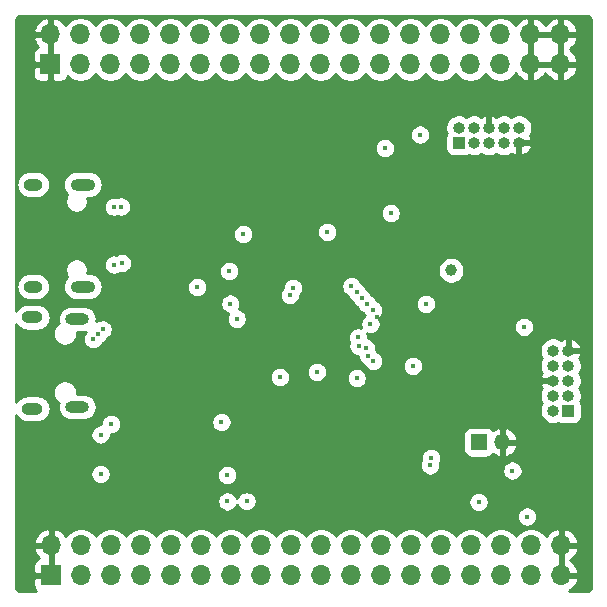
<source format=gbr>
%TF.GenerationSoftware,KiCad,Pcbnew,(5.1.10-1-10_14)*%
%TF.CreationDate,2021-08-18T14:47:54+08:00*%
%TF.ProjectId,jlinkob_hs,6a6c696e-6b6f-4625-9f68-732e6b696361,rev?*%
%TF.SameCoordinates,Original*%
%TF.FileFunction,Copper,L2,Inr*%
%TF.FilePolarity,Positive*%
%FSLAX46Y46*%
G04 Gerber Fmt 4.6, Leading zero omitted, Abs format (unit mm)*
G04 Created by KiCad (PCBNEW (5.1.10-1-10_14)) date 2021-08-18 14:47:54*
%MOMM*%
%LPD*%
G01*
G04 APERTURE LIST*
%TA.AperFunction,ComponentPad*%
%ADD10C,1.000000*%
%TD*%
%TA.AperFunction,ComponentPad*%
%ADD11O,1.000000X1.000000*%
%TD*%
%TA.AperFunction,ComponentPad*%
%ADD12R,1.000000X1.000000*%
%TD*%
%TA.AperFunction,ComponentPad*%
%ADD13O,1.700000X1.700000*%
%TD*%
%TA.AperFunction,ComponentPad*%
%ADD14R,1.700000X1.700000*%
%TD*%
%TA.AperFunction,ComponentPad*%
%ADD15O,1.800000X1.000000*%
%TD*%
%TA.AperFunction,ComponentPad*%
%ADD16O,2.000000X1.000000*%
%TD*%
%TA.AperFunction,ComponentPad*%
%ADD17O,1.350000X1.350000*%
%TD*%
%TA.AperFunction,ComponentPad*%
%ADD18R,1.350000X1.350000*%
%TD*%
%TA.AperFunction,ComponentPad*%
%ADD19O,2.100000X1.000000*%
%TD*%
%TA.AperFunction,ComponentPad*%
%ADD20O,1.600000X1.000000*%
%TD*%
%TA.AperFunction,ViaPad*%
%ADD21C,0.450000*%
%TD*%
%TA.AperFunction,Conductor*%
%ADD22C,0.254000*%
%TD*%
%TA.AperFunction,Conductor*%
%ADD23C,0.100000*%
%TD*%
G04 APERTURE END LIST*
D10*
%TO.N,Net-(R2-Pad1)*%
%TO.C,TP1*%
X137500000Y-72190000D03*
%TD*%
D11*
%TO.N,GND*%
%TO.C,CON2*%
X147410000Y-78990000D03*
%TO.N,PA11*%
X146140000Y-78990000D03*
%TO.N,PA22*%
X147410000Y-80260000D03*
%TO.N,PA12*%
X146140000Y-80260000D03*
%TO.N,PA15*%
X147410000Y-81530000D03*
%TO.N,GND*%
X146140000Y-81530000D03*
%TO.N,+3V3*%
X147410000Y-82800000D03*
%TO.N,PA21*%
X146140000Y-82800000D03*
%TO.N,PA3*%
X146140000Y-84070000D03*
D12*
%TO.N,N/C*%
X147410000Y-84070000D03*
%TD*%
D13*
%TO.N,GND*%
%TO.C,J5*%
X146760000Y-52210000D03*
X146760000Y-54750000D03*
X144220000Y-52210000D03*
X144220000Y-54750000D03*
%TO.N,+3V3*%
X141680000Y-52210000D03*
X141680000Y-54750000D03*
X139140000Y-52210000D03*
X139140000Y-54750000D03*
%TO.N,PA2*%
X136600000Y-52210000D03*
%TO.N,PA3*%
X136600000Y-54750000D03*
%TO.N,PA4*%
X134060000Y-52210000D03*
%TO.N,PA5*%
X134060000Y-54750000D03*
%TO.N,PA6*%
X131520000Y-52210000D03*
%TO.N,PA7*%
X131520000Y-54750000D03*
%TO.N,PA8*%
X128980000Y-52210000D03*
%TO.N,PA9*%
X128980000Y-54750000D03*
%TO.N,PA10*%
X126440000Y-52210000D03*
%TO.N,PA11*%
X126440000Y-54750000D03*
%TO.N,PA12*%
X123900000Y-52210000D03*
%TO.N,PB24*%
X123900000Y-54750000D03*
%TO.N,PB23*%
X121360000Y-52210000D03*
%TO.N,PB22*%
X121360000Y-54750000D03*
%TO.N,PB21*%
X118820000Y-52210000D03*
%TO.N,PB20*%
X118820000Y-54750000D03*
%TO.N,PB19*%
X116280000Y-52210000D03*
%TO.N,PB18*%
X116280000Y-54750000D03*
%TO.N,PB17*%
X113740000Y-52210000D03*
%TO.N,PB14*%
X113740000Y-54750000D03*
%TO.N,PB10*%
X111200000Y-52210000D03*
%TO.N,PB9*%
X111200000Y-54750000D03*
%TO.N,PA31*%
X108660000Y-52210000D03*
%TO.N,VCC*%
X108660000Y-54750000D03*
%TO.N,+3V3*%
X106120000Y-52210000D03*
X106120000Y-54750000D03*
%TO.N,GND*%
X103580000Y-52210000D03*
D14*
X103580000Y-54750000D03*
%TD*%
D13*
%TO.N,GND*%
%TO.C,J4*%
X146810000Y-95480000D03*
X146810000Y-98020000D03*
%TO.N,PA1*%
X144270000Y-95480000D03*
%TO.N,PA0*%
X144270000Y-98020000D03*
%TO.N,PA26*%
X141730000Y-95480000D03*
%TO.N,PA25*%
X141730000Y-98020000D03*
%TO.N,PA24*%
X139190000Y-95480000D03*
%TO.N,PA23*%
X139190000Y-98020000D03*
%TO.N,PA21*%
X136650000Y-95480000D03*
%TO.N,PA20*%
X136650000Y-98020000D03*
%TO.N,PA19*%
X134110000Y-95480000D03*
%TO.N,PA18*%
X134110000Y-98020000D03*
%TO.N,PB15*%
X131570000Y-95480000D03*
%TO.N,PB16*%
X131570000Y-98020000D03*
%TO.N,PA17*%
X129030000Y-95480000D03*
%TO.N,PA16*%
X129030000Y-98020000D03*
%TO.N,PA15*%
X126490000Y-95480000D03*
%TO.N,PA14*%
X126490000Y-98020000D03*
%TO.N,PA13*%
X123950000Y-95480000D03*
%TO.N,PB4*%
X123950000Y-98020000D03*
%TO.N,PB3*%
X121410000Y-95480000D03*
%TO.N,PA30*%
X121410000Y-98020000D03*
%TO.N,PA22*%
X118870000Y-95480000D03*
%TO.N,PB8*%
X118870000Y-98020000D03*
%TO.N,PB7*%
X116330000Y-95480000D03*
%TO.N,PB6*%
X116330000Y-98020000D03*
%TO.N,PB5*%
X113790000Y-95480000D03*
%TO.N,PA27*%
X113790000Y-98020000D03*
%TO.N,PB13*%
X111250000Y-95480000D03*
%TO.N,PB12*%
X111250000Y-98020000D03*
%TO.N,PB11*%
X108710000Y-95480000D03*
%TO.N,PB2*%
X108710000Y-98020000D03*
%TO.N,PB1*%
X106170000Y-95480000D03*
%TO.N,PB0*%
X106170000Y-98020000D03*
%TO.N,GND*%
X103630000Y-95480000D03*
D14*
X103630000Y-98020000D03*
%TD*%
D15*
%TO.N,SHIELD*%
%TO.C,J2*%
X102050000Y-83908824D03*
X102050000Y-76158824D03*
D16*
X105850000Y-83758824D03*
X105850000Y-76308824D03*
%TD*%
D17*
%TO.N,GND*%
%TO.C,J3*%
X141850000Y-86730000D03*
D18*
%TO.N,PA25*%
X139850000Y-86730000D03*
%TD*%
D11*
%TO.N,GND*%
%TO.C,CON1*%
X143240000Y-61390000D03*
%TO.N,N/C*%
X143240000Y-60120000D03*
%TO.N,HOST_SWCLK*%
X141970000Y-61390000D03*
%TO.N,N/C*%
X141970000Y-60120000D03*
%TO.N,HOST_SWDIO*%
X140700000Y-61390000D03*
%TO.N,GND*%
X140700000Y-60120000D03*
%TO.N,+3V3*%
X139430000Y-61390000D03*
%TO.N,HOST_SWO*%
X139430000Y-60120000D03*
%TO.N,HOST_RESET*%
X138160000Y-60120000D03*
D12*
%TO.N,N/C*%
X138160000Y-61390000D03*
%TD*%
D19*
%TO.N,SHIELD*%
%TO.C,J1*%
X106310000Y-73570000D03*
X106310000Y-64930000D03*
D20*
X102130000Y-64930000D03*
X102130000Y-73570000D03*
%TD*%
D21*
%TO.N,GND*%
X131228320Y-76111392D03*
X127000000Y-60630000D03*
X123740000Y-69380000D03*
X118540000Y-63650000D03*
X112320000Y-65610000D03*
X132060000Y-64050000D03*
X124960000Y-71790000D03*
X137610000Y-69600000D03*
X113080000Y-75710000D03*
X122320000Y-74790000D03*
X120490000Y-71820000D03*
X109810000Y-73780000D03*
X109520000Y-65060000D03*
X107920000Y-82210000D03*
X109115000Y-65465000D03*
X109300000Y-73270000D03*
X119410000Y-80120000D03*
X120240000Y-85430000D03*
X136780000Y-75450000D03*
X143490000Y-86720000D03*
%TO.N,VCC*%
X123000000Y-81230000D03*
X127010000Y-68930000D03*
X118720000Y-72260000D03*
X119890000Y-69120000D03*
X130670000Y-76710000D03*
X119350000Y-76300000D03*
X132390000Y-67340000D03*
%TO.N,+3V3*%
X129510000Y-81310000D03*
X118810000Y-75000000D03*
X107820000Y-89430000D03*
X118050000Y-85030000D03*
X143950000Y-93030000D03*
X142690000Y-89140000D03*
X135370000Y-75020000D03*
%TO.N,PA29*%
X123842316Y-74276742D03*
X135729378Y-88704982D03*
%TO.N,PA28*%
X124100000Y-73680000D03*
X135810000Y-88060000D03*
%TO.N,PA12*%
X129060000Y-73520000D03*
%TO.N,PA11*%
X129509296Y-74050000D03*
X143676091Y-76963909D03*
%TO.N,PA10*%
X129939427Y-74550000D03*
%TO.N,PA9*%
X130412694Y-75050000D03*
%TO.N,PA8*%
X130900690Y-75550000D03*
%TO.N,PA7*%
X129617737Y-77871802D03*
%TO.N,PA6*%
X129668986Y-78598371D03*
%TO.N,PA5*%
X130297023Y-78765916D03*
%TO.N,PA4*%
X130440379Y-79400379D03*
%TO.N,PA3*%
X130900000Y-79860000D03*
%TO.N,PA2*%
X134259160Y-80270840D03*
%TO.N,PA25*%
X139830000Y-91779990D03*
%TO.N,PA18*%
X118560000Y-91750000D03*
X126130000Y-80780000D03*
%TO.N,PA17*%
X118540000Y-89520000D03*
%TO.N,PA15*%
X120180000Y-91740000D03*
%TO.N,HOST_SWCLK*%
X134870000Y-60690000D03*
%TO.N,HOST_SWO*%
X131890371Y-61850689D03*
%TO.N,VBUS*%
X109620000Y-71580000D03*
X109560000Y-66790000D03*
X108000000Y-77190000D03*
X108720000Y-85190000D03*
X107820000Y-86090000D03*
X107190000Y-78010000D03*
X107620000Y-77610000D03*
X108940000Y-71700000D03*
X108950000Y-66800000D03*
%TO.N,PA31*%
X116010000Y-73600000D03*
%TD*%
D22*
%TO.N,GND*%
X149065424Y-50669580D02*
X149128356Y-50688580D01*
X149186405Y-50719445D01*
X149237343Y-50760989D01*
X149279248Y-50811644D01*
X149310515Y-50869471D01*
X149329956Y-50932272D01*
X149340000Y-51027835D01*
X149340001Y-98967711D01*
X149330420Y-99065424D01*
X149311420Y-99128357D01*
X149280554Y-99186406D01*
X149239011Y-99237343D01*
X149188356Y-99279248D01*
X149130529Y-99310515D01*
X149067728Y-99329956D01*
X148972165Y-99340000D01*
X147475391Y-99340000D01*
X147576920Y-99291641D01*
X147810269Y-99117588D01*
X148005178Y-98901355D01*
X148154157Y-98651252D01*
X148251481Y-98376891D01*
X148130814Y-98147000D01*
X146937000Y-98147000D01*
X146937000Y-98167000D01*
X146683000Y-98167000D01*
X146683000Y-98147000D01*
X146663000Y-98147000D01*
X146663000Y-97893000D01*
X146683000Y-97893000D01*
X146683000Y-95607000D01*
X146937000Y-95607000D01*
X146937000Y-97893000D01*
X148130814Y-97893000D01*
X148251481Y-97663109D01*
X148154157Y-97388748D01*
X148005178Y-97138645D01*
X147810269Y-96922412D01*
X147579120Y-96750000D01*
X147810269Y-96577588D01*
X148005178Y-96361355D01*
X148154157Y-96111252D01*
X148251481Y-95836891D01*
X148130814Y-95607000D01*
X146937000Y-95607000D01*
X146683000Y-95607000D01*
X146663000Y-95607000D01*
X146663000Y-95353000D01*
X146683000Y-95353000D01*
X146683000Y-94159845D01*
X146937000Y-94159845D01*
X146937000Y-95353000D01*
X148130814Y-95353000D01*
X148251481Y-95123109D01*
X148154157Y-94848748D01*
X148005178Y-94598645D01*
X147810269Y-94382412D01*
X147576920Y-94208359D01*
X147314099Y-94083175D01*
X147166890Y-94038524D01*
X146937000Y-94159845D01*
X146683000Y-94159845D01*
X146453110Y-94038524D01*
X146305901Y-94083175D01*
X146043080Y-94208359D01*
X145809731Y-94382412D01*
X145614822Y-94598645D01*
X145545195Y-94715534D01*
X145423475Y-94533368D01*
X145216632Y-94326525D01*
X144973411Y-94164010D01*
X144703158Y-94052068D01*
X144416260Y-93995000D01*
X144123740Y-93995000D01*
X143836842Y-94052068D01*
X143566589Y-94164010D01*
X143323368Y-94326525D01*
X143116525Y-94533368D01*
X143000000Y-94707760D01*
X142883475Y-94533368D01*
X142676632Y-94326525D01*
X142433411Y-94164010D01*
X142163158Y-94052068D01*
X141876260Y-93995000D01*
X141583740Y-93995000D01*
X141296842Y-94052068D01*
X141026589Y-94164010D01*
X140783368Y-94326525D01*
X140576525Y-94533368D01*
X140460000Y-94707760D01*
X140343475Y-94533368D01*
X140136632Y-94326525D01*
X139893411Y-94164010D01*
X139623158Y-94052068D01*
X139336260Y-93995000D01*
X139043740Y-93995000D01*
X138756842Y-94052068D01*
X138486589Y-94164010D01*
X138243368Y-94326525D01*
X138036525Y-94533368D01*
X137920000Y-94707760D01*
X137803475Y-94533368D01*
X137596632Y-94326525D01*
X137353411Y-94164010D01*
X137083158Y-94052068D01*
X136796260Y-93995000D01*
X136503740Y-93995000D01*
X136216842Y-94052068D01*
X135946589Y-94164010D01*
X135703368Y-94326525D01*
X135496525Y-94533368D01*
X135380000Y-94707760D01*
X135263475Y-94533368D01*
X135056632Y-94326525D01*
X134813411Y-94164010D01*
X134543158Y-94052068D01*
X134256260Y-93995000D01*
X133963740Y-93995000D01*
X133676842Y-94052068D01*
X133406589Y-94164010D01*
X133163368Y-94326525D01*
X132956525Y-94533368D01*
X132840000Y-94707760D01*
X132723475Y-94533368D01*
X132516632Y-94326525D01*
X132273411Y-94164010D01*
X132003158Y-94052068D01*
X131716260Y-93995000D01*
X131423740Y-93995000D01*
X131136842Y-94052068D01*
X130866589Y-94164010D01*
X130623368Y-94326525D01*
X130416525Y-94533368D01*
X130300000Y-94707760D01*
X130183475Y-94533368D01*
X129976632Y-94326525D01*
X129733411Y-94164010D01*
X129463158Y-94052068D01*
X129176260Y-93995000D01*
X128883740Y-93995000D01*
X128596842Y-94052068D01*
X128326589Y-94164010D01*
X128083368Y-94326525D01*
X127876525Y-94533368D01*
X127760000Y-94707760D01*
X127643475Y-94533368D01*
X127436632Y-94326525D01*
X127193411Y-94164010D01*
X126923158Y-94052068D01*
X126636260Y-93995000D01*
X126343740Y-93995000D01*
X126056842Y-94052068D01*
X125786589Y-94164010D01*
X125543368Y-94326525D01*
X125336525Y-94533368D01*
X125220000Y-94707760D01*
X125103475Y-94533368D01*
X124896632Y-94326525D01*
X124653411Y-94164010D01*
X124383158Y-94052068D01*
X124096260Y-93995000D01*
X123803740Y-93995000D01*
X123516842Y-94052068D01*
X123246589Y-94164010D01*
X123003368Y-94326525D01*
X122796525Y-94533368D01*
X122680000Y-94707760D01*
X122563475Y-94533368D01*
X122356632Y-94326525D01*
X122113411Y-94164010D01*
X121843158Y-94052068D01*
X121556260Y-93995000D01*
X121263740Y-93995000D01*
X120976842Y-94052068D01*
X120706589Y-94164010D01*
X120463368Y-94326525D01*
X120256525Y-94533368D01*
X120140000Y-94707760D01*
X120023475Y-94533368D01*
X119816632Y-94326525D01*
X119573411Y-94164010D01*
X119303158Y-94052068D01*
X119016260Y-93995000D01*
X118723740Y-93995000D01*
X118436842Y-94052068D01*
X118166589Y-94164010D01*
X117923368Y-94326525D01*
X117716525Y-94533368D01*
X117600000Y-94707760D01*
X117483475Y-94533368D01*
X117276632Y-94326525D01*
X117033411Y-94164010D01*
X116763158Y-94052068D01*
X116476260Y-93995000D01*
X116183740Y-93995000D01*
X115896842Y-94052068D01*
X115626589Y-94164010D01*
X115383368Y-94326525D01*
X115176525Y-94533368D01*
X115060000Y-94707760D01*
X114943475Y-94533368D01*
X114736632Y-94326525D01*
X114493411Y-94164010D01*
X114223158Y-94052068D01*
X113936260Y-93995000D01*
X113643740Y-93995000D01*
X113356842Y-94052068D01*
X113086589Y-94164010D01*
X112843368Y-94326525D01*
X112636525Y-94533368D01*
X112520000Y-94707760D01*
X112403475Y-94533368D01*
X112196632Y-94326525D01*
X111953411Y-94164010D01*
X111683158Y-94052068D01*
X111396260Y-93995000D01*
X111103740Y-93995000D01*
X110816842Y-94052068D01*
X110546589Y-94164010D01*
X110303368Y-94326525D01*
X110096525Y-94533368D01*
X109980000Y-94707760D01*
X109863475Y-94533368D01*
X109656632Y-94326525D01*
X109413411Y-94164010D01*
X109143158Y-94052068D01*
X108856260Y-93995000D01*
X108563740Y-93995000D01*
X108276842Y-94052068D01*
X108006589Y-94164010D01*
X107763368Y-94326525D01*
X107556525Y-94533368D01*
X107440000Y-94707760D01*
X107323475Y-94533368D01*
X107116632Y-94326525D01*
X106873411Y-94164010D01*
X106603158Y-94052068D01*
X106316260Y-93995000D01*
X106023740Y-93995000D01*
X105736842Y-94052068D01*
X105466589Y-94164010D01*
X105223368Y-94326525D01*
X105016525Y-94533368D01*
X104894805Y-94715534D01*
X104825178Y-94598645D01*
X104630269Y-94382412D01*
X104396920Y-94208359D01*
X104134099Y-94083175D01*
X103986890Y-94038524D01*
X103757000Y-94159845D01*
X103757000Y-95353000D01*
X103777000Y-95353000D01*
X103777000Y-95607000D01*
X103757000Y-95607000D01*
X103757000Y-97893000D01*
X103777000Y-97893000D01*
X103777000Y-98147000D01*
X103757000Y-98147000D01*
X103757000Y-98167000D01*
X103503000Y-98167000D01*
X103503000Y-98147000D01*
X102303750Y-98147000D01*
X102145000Y-98305750D01*
X102141928Y-98870000D01*
X102154188Y-98994482D01*
X102190498Y-99114180D01*
X102249463Y-99224494D01*
X102328815Y-99321185D01*
X102351741Y-99340000D01*
X101032279Y-99340000D01*
X100934576Y-99330420D01*
X100871643Y-99311420D01*
X100813594Y-99280554D01*
X100762657Y-99239011D01*
X100720752Y-99188356D01*
X100689485Y-99130529D01*
X100670044Y-99067728D01*
X100660000Y-98972165D01*
X100660000Y-97170000D01*
X102141928Y-97170000D01*
X102145000Y-97734250D01*
X102303750Y-97893000D01*
X103503000Y-97893000D01*
X103503000Y-95607000D01*
X102309186Y-95607000D01*
X102188519Y-95836891D01*
X102285843Y-96111252D01*
X102434822Y-96361355D01*
X102611626Y-96557502D01*
X102535820Y-96580498D01*
X102425506Y-96639463D01*
X102328815Y-96718815D01*
X102249463Y-96815506D01*
X102190498Y-96925820D01*
X102154188Y-97045518D01*
X102141928Y-97170000D01*
X100660000Y-97170000D01*
X100660000Y-95123109D01*
X102188519Y-95123109D01*
X102309186Y-95353000D01*
X103503000Y-95353000D01*
X103503000Y-94159845D01*
X103273110Y-94038524D01*
X103125901Y-94083175D01*
X102863080Y-94208359D01*
X102629731Y-94382412D01*
X102434822Y-94598645D01*
X102285843Y-94848748D01*
X102188519Y-95123109D01*
X100660000Y-95123109D01*
X100660000Y-92945297D01*
X143090000Y-92945297D01*
X143090000Y-93114703D01*
X143123049Y-93280853D01*
X143187878Y-93437363D01*
X143281995Y-93578218D01*
X143401782Y-93698005D01*
X143542637Y-93792122D01*
X143699147Y-93856951D01*
X143865297Y-93890000D01*
X144034703Y-93890000D01*
X144200853Y-93856951D01*
X144357363Y-93792122D01*
X144498218Y-93698005D01*
X144618005Y-93578218D01*
X144712122Y-93437363D01*
X144776951Y-93280853D01*
X144810000Y-93114703D01*
X144810000Y-92945297D01*
X144776951Y-92779147D01*
X144712122Y-92622637D01*
X144618005Y-92481782D01*
X144498218Y-92361995D01*
X144357363Y-92267878D01*
X144200853Y-92203049D01*
X144034703Y-92170000D01*
X143865297Y-92170000D01*
X143699147Y-92203049D01*
X143542637Y-92267878D01*
X143401782Y-92361995D01*
X143281995Y-92481782D01*
X143187878Y-92622637D01*
X143123049Y-92779147D01*
X143090000Y-92945297D01*
X100660000Y-92945297D01*
X100660000Y-91665297D01*
X117700000Y-91665297D01*
X117700000Y-91834703D01*
X117733049Y-92000853D01*
X117797878Y-92157363D01*
X117891995Y-92298218D01*
X118011782Y-92418005D01*
X118152637Y-92512122D01*
X118309147Y-92576951D01*
X118475297Y-92610000D01*
X118644703Y-92610000D01*
X118810853Y-92576951D01*
X118967363Y-92512122D01*
X119108218Y-92418005D01*
X119228005Y-92298218D01*
X119322122Y-92157363D01*
X119372071Y-92036776D01*
X119417878Y-92147363D01*
X119511995Y-92288218D01*
X119631782Y-92408005D01*
X119772637Y-92502122D01*
X119929147Y-92566951D01*
X120095297Y-92600000D01*
X120264703Y-92600000D01*
X120430853Y-92566951D01*
X120587363Y-92502122D01*
X120728218Y-92408005D01*
X120848005Y-92288218D01*
X120942122Y-92147363D01*
X121006951Y-91990853D01*
X121040000Y-91824703D01*
X121040000Y-91695287D01*
X138970000Y-91695287D01*
X138970000Y-91864693D01*
X139003049Y-92030843D01*
X139067878Y-92187353D01*
X139161995Y-92328208D01*
X139281782Y-92447995D01*
X139422637Y-92542112D01*
X139579147Y-92606941D01*
X139745297Y-92639990D01*
X139914703Y-92639990D01*
X140080853Y-92606941D01*
X140237363Y-92542112D01*
X140378218Y-92447995D01*
X140498005Y-92328208D01*
X140592122Y-92187353D01*
X140656951Y-92030843D01*
X140690000Y-91864693D01*
X140690000Y-91695287D01*
X140656951Y-91529137D01*
X140592122Y-91372627D01*
X140498005Y-91231772D01*
X140378218Y-91111985D01*
X140237363Y-91017868D01*
X140080853Y-90953039D01*
X139914703Y-90919990D01*
X139745297Y-90919990D01*
X139579147Y-90953039D01*
X139422637Y-91017868D01*
X139281782Y-91111985D01*
X139161995Y-91231772D01*
X139067878Y-91372627D01*
X139003049Y-91529137D01*
X138970000Y-91695287D01*
X121040000Y-91695287D01*
X121040000Y-91655297D01*
X121006951Y-91489147D01*
X120942122Y-91332637D01*
X120848005Y-91191782D01*
X120728218Y-91071995D01*
X120587363Y-90977878D01*
X120430853Y-90913049D01*
X120264703Y-90880000D01*
X120095297Y-90880000D01*
X119929147Y-90913049D01*
X119772637Y-90977878D01*
X119631782Y-91071995D01*
X119511995Y-91191782D01*
X119417878Y-91332637D01*
X119367929Y-91453224D01*
X119322122Y-91342637D01*
X119228005Y-91201782D01*
X119108218Y-91081995D01*
X118967363Y-90987878D01*
X118810853Y-90923049D01*
X118644703Y-90890000D01*
X118475297Y-90890000D01*
X118309147Y-90923049D01*
X118152637Y-90987878D01*
X118011782Y-91081995D01*
X117891995Y-91201782D01*
X117797878Y-91342637D01*
X117733049Y-91499147D01*
X117700000Y-91665297D01*
X100660000Y-91665297D01*
X100660000Y-89345297D01*
X106960000Y-89345297D01*
X106960000Y-89514703D01*
X106993049Y-89680853D01*
X107057878Y-89837363D01*
X107151995Y-89978218D01*
X107271782Y-90098005D01*
X107412637Y-90192122D01*
X107569147Y-90256951D01*
X107735297Y-90290000D01*
X107904703Y-90290000D01*
X108070853Y-90256951D01*
X108227363Y-90192122D01*
X108368218Y-90098005D01*
X108488005Y-89978218D01*
X108582122Y-89837363D01*
X108646951Y-89680853D01*
X108680000Y-89514703D01*
X108680000Y-89435297D01*
X117680000Y-89435297D01*
X117680000Y-89604703D01*
X117713049Y-89770853D01*
X117777878Y-89927363D01*
X117871995Y-90068218D01*
X117991782Y-90188005D01*
X118132637Y-90282122D01*
X118289147Y-90346951D01*
X118455297Y-90380000D01*
X118624703Y-90380000D01*
X118790853Y-90346951D01*
X118947363Y-90282122D01*
X119088218Y-90188005D01*
X119208005Y-90068218D01*
X119302122Y-89927363D01*
X119366951Y-89770853D01*
X119400000Y-89604703D01*
X119400000Y-89435297D01*
X119366951Y-89269147D01*
X119302122Y-89112637D01*
X119208005Y-88971782D01*
X119088218Y-88851995D01*
X118947363Y-88757878D01*
X118790853Y-88693049D01*
X118624703Y-88660000D01*
X118455297Y-88660000D01*
X118289147Y-88693049D01*
X118132637Y-88757878D01*
X117991782Y-88851995D01*
X117871995Y-88971782D01*
X117777878Y-89112637D01*
X117713049Y-89269147D01*
X117680000Y-89435297D01*
X108680000Y-89435297D01*
X108680000Y-89345297D01*
X108646951Y-89179147D01*
X108582122Y-89022637D01*
X108488005Y-88881782D01*
X108368218Y-88761995D01*
X108227363Y-88667878D01*
X108112450Y-88620279D01*
X134869378Y-88620279D01*
X134869378Y-88789685D01*
X134902427Y-88955835D01*
X134967256Y-89112345D01*
X135061373Y-89253200D01*
X135181160Y-89372987D01*
X135322015Y-89467104D01*
X135478525Y-89531933D01*
X135644675Y-89564982D01*
X135814081Y-89564982D01*
X135980231Y-89531933D01*
X136136741Y-89467104D01*
X136277596Y-89372987D01*
X136397383Y-89253200D01*
X136491500Y-89112345D01*
X136515130Y-89055297D01*
X141830000Y-89055297D01*
X141830000Y-89224703D01*
X141863049Y-89390853D01*
X141927878Y-89547363D01*
X142021995Y-89688218D01*
X142141782Y-89808005D01*
X142282637Y-89902122D01*
X142439147Y-89966951D01*
X142605297Y-90000000D01*
X142774703Y-90000000D01*
X142940853Y-89966951D01*
X143097363Y-89902122D01*
X143238218Y-89808005D01*
X143358005Y-89688218D01*
X143452122Y-89547363D01*
X143516951Y-89390853D01*
X143550000Y-89224703D01*
X143550000Y-89055297D01*
X143516951Y-88889147D01*
X143452122Y-88732637D01*
X143358005Y-88591782D01*
X143238218Y-88471995D01*
X143097363Y-88377878D01*
X142940853Y-88313049D01*
X142774703Y-88280000D01*
X142605297Y-88280000D01*
X142439147Y-88313049D01*
X142282637Y-88377878D01*
X142141782Y-88471995D01*
X142021995Y-88591782D01*
X141927878Y-88732637D01*
X141863049Y-88889147D01*
X141830000Y-89055297D01*
X136515130Y-89055297D01*
X136556329Y-88955835D01*
X136589378Y-88789685D01*
X136589378Y-88620279D01*
X136561980Y-88482541D01*
X136572122Y-88467363D01*
X136636951Y-88310853D01*
X136670000Y-88144703D01*
X136670000Y-87975297D01*
X136636951Y-87809147D01*
X136572122Y-87652637D01*
X136478005Y-87511782D01*
X136358218Y-87391995D01*
X136217363Y-87297878D01*
X136060853Y-87233049D01*
X135894703Y-87200000D01*
X135725297Y-87200000D01*
X135559147Y-87233049D01*
X135402637Y-87297878D01*
X135261782Y-87391995D01*
X135141995Y-87511782D01*
X135047878Y-87652637D01*
X134983049Y-87809147D01*
X134950000Y-87975297D01*
X134950000Y-88144703D01*
X134977398Y-88282441D01*
X134967256Y-88297619D01*
X134902427Y-88454129D01*
X134869378Y-88620279D01*
X108112450Y-88620279D01*
X108070853Y-88603049D01*
X107904703Y-88570000D01*
X107735297Y-88570000D01*
X107569147Y-88603049D01*
X107412637Y-88667878D01*
X107271782Y-88761995D01*
X107151995Y-88881782D01*
X107057878Y-89022637D01*
X106993049Y-89179147D01*
X106960000Y-89345297D01*
X100660000Y-89345297D01*
X100660000Y-86005297D01*
X106960000Y-86005297D01*
X106960000Y-86174703D01*
X106993049Y-86340853D01*
X107057878Y-86497363D01*
X107151995Y-86638218D01*
X107271782Y-86758005D01*
X107412637Y-86852122D01*
X107569147Y-86916951D01*
X107735297Y-86950000D01*
X107904703Y-86950000D01*
X108070853Y-86916951D01*
X108227363Y-86852122D01*
X108368218Y-86758005D01*
X108488005Y-86638218D01*
X108582122Y-86497363D01*
X108646951Y-86340853D01*
X108680000Y-86174703D01*
X108680000Y-86055000D01*
X138536928Y-86055000D01*
X138536928Y-87405000D01*
X138549188Y-87529482D01*
X138585498Y-87649180D01*
X138644463Y-87759494D01*
X138723815Y-87856185D01*
X138820506Y-87935537D01*
X138930820Y-87994502D01*
X139050518Y-88030812D01*
X139175000Y-88043072D01*
X140525000Y-88043072D01*
X140649482Y-88030812D01*
X140769180Y-87994502D01*
X140879494Y-87935537D01*
X140976185Y-87856185D01*
X141053119Y-87762441D01*
X141186371Y-87859473D01*
X141419472Y-87967238D01*
X141520600Y-87997910D01*
X141723000Y-87874224D01*
X141723000Y-86857000D01*
X141977000Y-86857000D01*
X141977000Y-87874224D01*
X142179400Y-87997910D01*
X142280528Y-87967238D01*
X142513629Y-87859473D01*
X142721227Y-87708303D01*
X142895344Y-87519537D01*
X143029289Y-87300430D01*
X143117915Y-87059401D01*
X142995085Y-86857000D01*
X141977000Y-86857000D01*
X141723000Y-86857000D01*
X141703000Y-86857000D01*
X141703000Y-86603000D01*
X141723000Y-86603000D01*
X141723000Y-85585776D01*
X141977000Y-85585776D01*
X141977000Y-86603000D01*
X142995085Y-86603000D01*
X143117915Y-86400599D01*
X143029289Y-86159570D01*
X142895344Y-85940463D01*
X142721227Y-85751697D01*
X142513629Y-85600527D01*
X142280528Y-85492762D01*
X142179400Y-85462090D01*
X141977000Y-85585776D01*
X141723000Y-85585776D01*
X141520600Y-85462090D01*
X141419472Y-85492762D01*
X141186371Y-85600527D01*
X141053119Y-85697559D01*
X140976185Y-85603815D01*
X140879494Y-85524463D01*
X140769180Y-85465498D01*
X140649482Y-85429188D01*
X140525000Y-85416928D01*
X139175000Y-85416928D01*
X139050518Y-85429188D01*
X138930820Y-85465498D01*
X138820506Y-85524463D01*
X138723815Y-85603815D01*
X138644463Y-85700506D01*
X138585498Y-85810820D01*
X138549188Y-85930518D01*
X138536928Y-86055000D01*
X108680000Y-86055000D01*
X108680000Y-86050000D01*
X108804703Y-86050000D01*
X108970853Y-86016951D01*
X109127363Y-85952122D01*
X109268218Y-85858005D01*
X109388005Y-85738218D01*
X109482122Y-85597363D01*
X109546951Y-85440853D01*
X109580000Y-85274703D01*
X109580000Y-85105297D01*
X109548175Y-84945297D01*
X117190000Y-84945297D01*
X117190000Y-85114703D01*
X117223049Y-85280853D01*
X117287878Y-85437363D01*
X117381995Y-85578218D01*
X117501782Y-85698005D01*
X117642637Y-85792122D01*
X117799147Y-85856951D01*
X117965297Y-85890000D01*
X118134703Y-85890000D01*
X118300853Y-85856951D01*
X118457363Y-85792122D01*
X118598218Y-85698005D01*
X118718005Y-85578218D01*
X118812122Y-85437363D01*
X118876951Y-85280853D01*
X118910000Y-85114703D01*
X118910000Y-84945297D01*
X118876951Y-84779147D01*
X118812122Y-84622637D01*
X118718005Y-84481782D01*
X118598218Y-84361995D01*
X118457363Y-84267878D01*
X118300853Y-84203049D01*
X118134703Y-84170000D01*
X117965297Y-84170000D01*
X117799147Y-84203049D01*
X117642637Y-84267878D01*
X117501782Y-84361995D01*
X117381995Y-84481782D01*
X117287878Y-84622637D01*
X117223049Y-84779147D01*
X117190000Y-84945297D01*
X109548175Y-84945297D01*
X109546951Y-84939147D01*
X109482122Y-84782637D01*
X109388005Y-84641782D01*
X109268218Y-84521995D01*
X109127363Y-84427878D01*
X108970853Y-84363049D01*
X108804703Y-84330000D01*
X108635297Y-84330000D01*
X108469147Y-84363049D01*
X108312637Y-84427878D01*
X108171782Y-84521995D01*
X108051995Y-84641782D01*
X107957878Y-84782637D01*
X107893049Y-84939147D01*
X107860000Y-85105297D01*
X107860000Y-85230000D01*
X107735297Y-85230000D01*
X107569147Y-85263049D01*
X107412637Y-85327878D01*
X107271782Y-85421995D01*
X107151995Y-85541782D01*
X107057878Y-85682637D01*
X106993049Y-85839147D01*
X106960000Y-86005297D01*
X100660000Y-86005297D01*
X100660000Y-84464401D01*
X100701716Y-84542447D01*
X100843551Y-84715273D01*
X101016377Y-84857108D01*
X101213553Y-84962500D01*
X101427501Y-85027401D01*
X101594248Y-85043824D01*
X102505752Y-85043824D01*
X102672499Y-85027401D01*
X102886447Y-84962500D01*
X103083623Y-84857108D01*
X103256449Y-84715273D01*
X103398284Y-84542447D01*
X103503676Y-84345271D01*
X103568577Y-84131323D01*
X103590491Y-83908824D01*
X103568577Y-83686325D01*
X103503676Y-83472377D01*
X103398284Y-83275201D01*
X103256449Y-83102375D01*
X103083623Y-82960540D01*
X102886447Y-82855148D01*
X102672499Y-82790247D01*
X102505752Y-82773824D01*
X101594248Y-82773824D01*
X101427501Y-82790247D01*
X101213553Y-82855148D01*
X101016377Y-82960540D01*
X100843551Y-83102375D01*
X100701716Y-83275201D01*
X100660000Y-83353247D01*
X100660000Y-82431885D01*
X103765000Y-82431885D01*
X103765000Y-82635763D01*
X103804774Y-82835722D01*
X103882795Y-83024080D01*
X103996063Y-83193598D01*
X104140226Y-83337761D01*
X104266136Y-83421891D01*
X104231423Y-83536325D01*
X104209509Y-83758824D01*
X104231423Y-83981323D01*
X104296324Y-84195271D01*
X104401716Y-84392447D01*
X104543551Y-84565273D01*
X104716377Y-84707108D01*
X104913553Y-84812500D01*
X105127501Y-84877401D01*
X105294248Y-84893824D01*
X106405752Y-84893824D01*
X106572499Y-84877401D01*
X106786447Y-84812500D01*
X106983623Y-84707108D01*
X107156449Y-84565273D01*
X107298284Y-84392447D01*
X107403676Y-84195271D01*
X107468577Y-83981323D01*
X107490491Y-83758824D01*
X107468577Y-83536325D01*
X107403676Y-83322377D01*
X107298284Y-83125201D01*
X107156449Y-82952375D01*
X106983623Y-82810540D01*
X106786447Y-82705148D01*
X106572499Y-82640247D01*
X106405752Y-82623824D01*
X105835000Y-82623824D01*
X105835000Y-82431885D01*
X105795226Y-82231926D01*
X105717205Y-82043568D01*
X105603937Y-81874050D01*
X105459774Y-81729887D01*
X105290256Y-81616619D01*
X105101898Y-81538598D01*
X104901939Y-81498824D01*
X104698061Y-81498824D01*
X104498102Y-81538598D01*
X104309744Y-81616619D01*
X104140226Y-81729887D01*
X103996063Y-81874050D01*
X103882795Y-82043568D01*
X103804774Y-82231926D01*
X103765000Y-82431885D01*
X100660000Y-82431885D01*
X100660000Y-81145297D01*
X122140000Y-81145297D01*
X122140000Y-81314703D01*
X122173049Y-81480853D01*
X122237878Y-81637363D01*
X122331995Y-81778218D01*
X122451782Y-81898005D01*
X122592637Y-81992122D01*
X122749147Y-82056951D01*
X122915297Y-82090000D01*
X123084703Y-82090000D01*
X123250853Y-82056951D01*
X123407363Y-81992122D01*
X123548218Y-81898005D01*
X123668005Y-81778218D01*
X123762122Y-81637363D01*
X123826951Y-81480853D01*
X123860000Y-81314703D01*
X123860000Y-81145297D01*
X123826951Y-80979147D01*
X123762122Y-80822637D01*
X123677036Y-80695297D01*
X125270000Y-80695297D01*
X125270000Y-80864703D01*
X125303049Y-81030853D01*
X125367878Y-81187363D01*
X125461995Y-81328218D01*
X125581782Y-81448005D01*
X125722637Y-81542122D01*
X125879147Y-81606951D01*
X126045297Y-81640000D01*
X126214703Y-81640000D01*
X126380853Y-81606951D01*
X126537363Y-81542122D01*
X126678218Y-81448005D01*
X126798005Y-81328218D01*
X126866775Y-81225297D01*
X128650000Y-81225297D01*
X128650000Y-81394703D01*
X128683049Y-81560853D01*
X128747878Y-81717363D01*
X128841995Y-81858218D01*
X128961782Y-81978005D01*
X129102637Y-82072122D01*
X129259147Y-82136951D01*
X129425297Y-82170000D01*
X129594703Y-82170000D01*
X129760853Y-82136951D01*
X129917363Y-82072122D01*
X130058218Y-81978005D01*
X130178005Y-81858218D01*
X130272122Y-81717363D01*
X130336951Y-81560853D01*
X130370000Y-81394703D01*
X130370000Y-81225297D01*
X130336951Y-81059147D01*
X130272122Y-80902637D01*
X130178005Y-80761782D01*
X130058218Y-80641995D01*
X129917363Y-80547878D01*
X129760853Y-80483049D01*
X129594703Y-80450000D01*
X129425297Y-80450000D01*
X129259147Y-80483049D01*
X129102637Y-80547878D01*
X128961782Y-80641995D01*
X128841995Y-80761782D01*
X128747878Y-80902637D01*
X128683049Y-81059147D01*
X128650000Y-81225297D01*
X126866775Y-81225297D01*
X126892122Y-81187363D01*
X126956951Y-81030853D01*
X126990000Y-80864703D01*
X126990000Y-80695297D01*
X126956951Y-80529147D01*
X126892122Y-80372637D01*
X126798005Y-80231782D01*
X126678218Y-80111995D01*
X126537363Y-80017878D01*
X126380853Y-79953049D01*
X126214703Y-79920000D01*
X126045297Y-79920000D01*
X125879147Y-79953049D01*
X125722637Y-80017878D01*
X125581782Y-80111995D01*
X125461995Y-80231782D01*
X125367878Y-80372637D01*
X125303049Y-80529147D01*
X125270000Y-80695297D01*
X123677036Y-80695297D01*
X123668005Y-80681782D01*
X123548218Y-80561995D01*
X123407363Y-80467878D01*
X123250853Y-80403049D01*
X123084703Y-80370000D01*
X122915297Y-80370000D01*
X122749147Y-80403049D01*
X122592637Y-80467878D01*
X122451782Y-80561995D01*
X122331995Y-80681782D01*
X122237878Y-80822637D01*
X122173049Y-80979147D01*
X122140000Y-81145297D01*
X100660000Y-81145297D01*
X100660000Y-77431885D01*
X103765000Y-77431885D01*
X103765000Y-77635763D01*
X103804774Y-77835722D01*
X103882795Y-78024080D01*
X103996063Y-78193598D01*
X104140226Y-78337761D01*
X104309744Y-78451029D01*
X104498102Y-78529050D01*
X104698061Y-78568824D01*
X104901939Y-78568824D01*
X105101898Y-78529050D01*
X105290256Y-78451029D01*
X105459774Y-78337761D01*
X105603937Y-78193598D01*
X105717205Y-78024080D01*
X105795226Y-77835722D01*
X105835000Y-77635763D01*
X105835000Y-77443824D01*
X106405752Y-77443824D01*
X106554615Y-77429162D01*
X106521995Y-77461782D01*
X106427878Y-77602637D01*
X106363049Y-77759147D01*
X106330000Y-77925297D01*
X106330000Y-78094703D01*
X106363049Y-78260853D01*
X106427878Y-78417363D01*
X106521995Y-78558218D01*
X106641782Y-78678005D01*
X106782637Y-78772122D01*
X106939147Y-78836951D01*
X107105297Y-78870000D01*
X107274703Y-78870000D01*
X107440853Y-78836951D01*
X107597363Y-78772122D01*
X107738218Y-78678005D01*
X107858005Y-78558218D01*
X107952122Y-78417363D01*
X107959160Y-78400373D01*
X108027363Y-78372122D01*
X108168218Y-78278005D01*
X108288005Y-78158218D01*
X108382122Y-78017363D01*
X108409828Y-77950475D01*
X108548218Y-77858005D01*
X108668005Y-77738218D01*
X108762122Y-77597363D01*
X108826951Y-77440853D01*
X108860000Y-77274703D01*
X108860000Y-77105297D01*
X108826951Y-76939147D01*
X108762122Y-76782637D01*
X108668005Y-76641782D01*
X108548218Y-76521995D01*
X108407363Y-76427878D01*
X108250853Y-76363049D01*
X108084703Y-76330000D01*
X107915297Y-76330000D01*
X107749147Y-76363049D01*
X107592637Y-76427878D01*
X107470744Y-76509325D01*
X107490491Y-76308824D01*
X107468577Y-76086325D01*
X107403676Y-75872377D01*
X107298284Y-75675201D01*
X107156449Y-75502375D01*
X106983623Y-75360540D01*
X106786447Y-75255148D01*
X106572499Y-75190247D01*
X106405752Y-75173824D01*
X105294248Y-75173824D01*
X105127501Y-75190247D01*
X104913553Y-75255148D01*
X104716377Y-75360540D01*
X104543551Y-75502375D01*
X104401716Y-75675201D01*
X104296324Y-75872377D01*
X104231423Y-76086325D01*
X104209509Y-76308824D01*
X104231423Y-76531323D01*
X104266136Y-76645757D01*
X104140226Y-76729887D01*
X103996063Y-76874050D01*
X103882795Y-77043568D01*
X103804774Y-77231926D01*
X103765000Y-77431885D01*
X100660000Y-77431885D01*
X100660000Y-76714401D01*
X100701716Y-76792447D01*
X100843551Y-76965273D01*
X101016377Y-77107108D01*
X101213553Y-77212500D01*
X101427501Y-77277401D01*
X101594248Y-77293824D01*
X102505752Y-77293824D01*
X102672499Y-77277401D01*
X102886447Y-77212500D01*
X103083623Y-77107108D01*
X103256449Y-76965273D01*
X103398284Y-76792447D01*
X103503676Y-76595271D01*
X103568577Y-76381323D01*
X103590491Y-76158824D01*
X103568577Y-75936325D01*
X103503676Y-75722377D01*
X103398284Y-75525201D01*
X103256449Y-75352375D01*
X103083623Y-75210540D01*
X102886447Y-75105148D01*
X102672499Y-75040247D01*
X102505752Y-75023824D01*
X101594248Y-75023824D01*
X101427501Y-75040247D01*
X101213553Y-75105148D01*
X101016377Y-75210540D01*
X100843551Y-75352375D01*
X100701716Y-75525201D01*
X100660000Y-75603247D01*
X100660000Y-74915297D01*
X117950000Y-74915297D01*
X117950000Y-75084703D01*
X117983049Y-75250853D01*
X118047878Y-75407363D01*
X118141995Y-75548218D01*
X118261782Y-75668005D01*
X118402637Y-75762122D01*
X118559147Y-75826951D01*
X118623249Y-75839701D01*
X118587878Y-75892637D01*
X118523049Y-76049147D01*
X118490000Y-76215297D01*
X118490000Y-76384703D01*
X118523049Y-76550853D01*
X118587878Y-76707363D01*
X118681995Y-76848218D01*
X118801782Y-76968005D01*
X118942637Y-77062122D01*
X119099147Y-77126951D01*
X119265297Y-77160000D01*
X119434703Y-77160000D01*
X119600853Y-77126951D01*
X119757363Y-77062122D01*
X119898218Y-76968005D01*
X120018005Y-76848218D01*
X120112122Y-76707363D01*
X120176951Y-76550853D01*
X120210000Y-76384703D01*
X120210000Y-76215297D01*
X120176951Y-76049147D01*
X120112122Y-75892637D01*
X120018005Y-75751782D01*
X119898218Y-75631995D01*
X119757363Y-75537878D01*
X119600853Y-75473049D01*
X119536751Y-75460299D01*
X119572122Y-75407363D01*
X119636951Y-75250853D01*
X119670000Y-75084703D01*
X119670000Y-74915297D01*
X119636951Y-74749147D01*
X119572122Y-74592637D01*
X119478005Y-74451782D01*
X119358218Y-74331995D01*
X119217363Y-74237878D01*
X119106699Y-74192039D01*
X122982316Y-74192039D01*
X122982316Y-74361445D01*
X123015365Y-74527595D01*
X123080194Y-74684105D01*
X123174311Y-74824960D01*
X123294098Y-74944747D01*
X123434953Y-75038864D01*
X123591463Y-75103693D01*
X123757613Y-75136742D01*
X123927019Y-75136742D01*
X124093169Y-75103693D01*
X124249679Y-75038864D01*
X124390534Y-74944747D01*
X124510321Y-74824960D01*
X124604438Y-74684105D01*
X124669267Y-74527595D01*
X124702316Y-74361445D01*
X124702316Y-74293907D01*
X124768005Y-74228218D01*
X124862122Y-74087363D01*
X124926951Y-73930853D01*
X124960000Y-73764703D01*
X124960000Y-73595297D01*
X124928175Y-73435297D01*
X128200000Y-73435297D01*
X128200000Y-73604703D01*
X128233049Y-73770853D01*
X128297878Y-73927363D01*
X128391995Y-74068218D01*
X128511782Y-74188005D01*
X128652637Y-74282122D01*
X128680952Y-74293851D01*
X128682345Y-74300853D01*
X128747174Y-74457363D01*
X128841291Y-74598218D01*
X128961078Y-74718005D01*
X129101933Y-74812122D01*
X129120294Y-74819727D01*
X129177305Y-74957363D01*
X129271422Y-75098218D01*
X129391209Y-75218005D01*
X129532064Y-75312122D01*
X129602495Y-75341296D01*
X129650572Y-75457363D01*
X129744689Y-75598218D01*
X129864476Y-75718005D01*
X130005331Y-75812122D01*
X130093542Y-75848660D01*
X130138568Y-75957363D01*
X130172482Y-76008118D01*
X130121782Y-76041995D01*
X130001995Y-76161782D01*
X129907878Y-76302637D01*
X129843049Y-76459147D01*
X129810000Y-76625297D01*
X129810000Y-76794703D01*
X129843049Y-76960853D01*
X129879759Y-77049477D01*
X129868590Y-77044851D01*
X129702440Y-77011802D01*
X129533034Y-77011802D01*
X129366884Y-77044851D01*
X129210374Y-77109680D01*
X129069519Y-77203797D01*
X128949732Y-77323584D01*
X128855615Y-77464439D01*
X128790786Y-77620949D01*
X128757737Y-77787099D01*
X128757737Y-77956505D01*
X128790786Y-78122655D01*
X128855615Y-78279165D01*
X128864710Y-78292776D01*
X128842035Y-78347518D01*
X128808986Y-78513668D01*
X128808986Y-78683074D01*
X128842035Y-78849224D01*
X128906864Y-79005734D01*
X129000981Y-79146589D01*
X129120768Y-79266376D01*
X129261623Y-79360493D01*
X129418133Y-79425322D01*
X129580379Y-79457594D01*
X129580379Y-79485082D01*
X129613428Y-79651232D01*
X129678257Y-79807742D01*
X129772374Y-79948597D01*
X129892161Y-80068384D01*
X130033016Y-80162501D01*
X130107164Y-80193215D01*
X130137878Y-80267363D01*
X130231995Y-80408218D01*
X130351782Y-80528005D01*
X130492637Y-80622122D01*
X130649147Y-80686951D01*
X130815297Y-80720000D01*
X130984703Y-80720000D01*
X131150853Y-80686951D01*
X131307363Y-80622122D01*
X131448218Y-80528005D01*
X131568005Y-80408218D01*
X131662122Y-80267363D01*
X131695767Y-80186137D01*
X133399160Y-80186137D01*
X133399160Y-80355543D01*
X133432209Y-80521693D01*
X133497038Y-80678203D01*
X133591155Y-80819058D01*
X133710942Y-80938845D01*
X133851797Y-81032962D01*
X134008307Y-81097791D01*
X134174457Y-81130840D01*
X134343863Y-81130840D01*
X134510013Y-81097791D01*
X134666523Y-81032962D01*
X134807378Y-80938845D01*
X134927165Y-80819058D01*
X135021282Y-80678203D01*
X135086111Y-80521693D01*
X135119160Y-80355543D01*
X135119160Y-80186137D01*
X135086111Y-80019987D01*
X135021282Y-79863477D01*
X134927165Y-79722622D01*
X134807378Y-79602835D01*
X134666523Y-79508718D01*
X134510013Y-79443889D01*
X134343863Y-79410840D01*
X134174457Y-79410840D01*
X134008307Y-79443889D01*
X133851797Y-79508718D01*
X133710942Y-79602835D01*
X133591155Y-79722622D01*
X133497038Y-79863477D01*
X133432209Y-80019987D01*
X133399160Y-80186137D01*
X131695767Y-80186137D01*
X131726951Y-80110853D01*
X131760000Y-79944703D01*
X131760000Y-79775297D01*
X131726951Y-79609147D01*
X131662122Y-79452637D01*
X131568005Y-79311782D01*
X131448218Y-79191995D01*
X131307363Y-79097878D01*
X131233215Y-79067164D01*
X131202501Y-78993016D01*
X131145629Y-78907902D01*
X131151534Y-78878212D01*
X145005000Y-78878212D01*
X145005000Y-79101788D01*
X145048617Y-79321067D01*
X145134176Y-79527624D01*
X145199241Y-79625000D01*
X145134176Y-79722376D01*
X145048617Y-79928933D01*
X145005000Y-80148212D01*
X145005000Y-80371788D01*
X145048617Y-80591067D01*
X145134176Y-80797624D01*
X145202353Y-80899658D01*
X145152877Y-80969794D01*
X145062554Y-81173136D01*
X145045881Y-81228126D01*
X145172046Y-81403000D01*
X146013000Y-81403000D01*
X146013000Y-81391974D01*
X146028212Y-81395000D01*
X146251788Y-81395000D01*
X146267000Y-81391974D01*
X146267000Y-81403000D01*
X146278026Y-81403000D01*
X146275000Y-81418212D01*
X146275000Y-81641788D01*
X146278026Y-81657000D01*
X146267000Y-81657000D01*
X146267000Y-81668026D01*
X146251788Y-81665000D01*
X146028212Y-81665000D01*
X146013000Y-81668026D01*
X146013000Y-81657000D01*
X145172046Y-81657000D01*
X145045881Y-81831874D01*
X145062554Y-81886864D01*
X145152877Y-82090206D01*
X145202353Y-82160342D01*
X145134176Y-82262376D01*
X145048617Y-82468933D01*
X145005000Y-82688212D01*
X145005000Y-82911788D01*
X145048617Y-83131067D01*
X145134176Y-83337624D01*
X145199241Y-83435000D01*
X145134176Y-83532376D01*
X145048617Y-83738933D01*
X145005000Y-83958212D01*
X145005000Y-84181788D01*
X145048617Y-84401067D01*
X145134176Y-84607624D01*
X145258388Y-84793520D01*
X145416480Y-84951612D01*
X145602376Y-85075824D01*
X145808933Y-85161383D01*
X146028212Y-85205000D01*
X146251788Y-85205000D01*
X146471067Y-85161383D01*
X146582774Y-85115112D01*
X146665820Y-85159502D01*
X146785518Y-85195812D01*
X146910000Y-85208072D01*
X147910000Y-85208072D01*
X148034482Y-85195812D01*
X148154180Y-85159502D01*
X148264494Y-85100537D01*
X148361185Y-85021185D01*
X148440537Y-84924494D01*
X148499502Y-84814180D01*
X148535812Y-84694482D01*
X148548072Y-84570000D01*
X148548072Y-83570000D01*
X148535812Y-83445518D01*
X148499502Y-83325820D01*
X148455112Y-83242774D01*
X148501383Y-83131067D01*
X148545000Y-82911788D01*
X148545000Y-82688212D01*
X148501383Y-82468933D01*
X148415824Y-82262376D01*
X148350759Y-82165000D01*
X148415824Y-82067624D01*
X148501383Y-81861067D01*
X148545000Y-81641788D01*
X148545000Y-81418212D01*
X148501383Y-81198933D01*
X148415824Y-80992376D01*
X148350759Y-80895000D01*
X148415824Y-80797624D01*
X148501383Y-80591067D01*
X148545000Y-80371788D01*
X148545000Y-80148212D01*
X148501383Y-79928933D01*
X148415824Y-79722376D01*
X148347647Y-79620342D01*
X148397123Y-79550206D01*
X148487446Y-79346864D01*
X148504119Y-79291874D01*
X148377954Y-79117000D01*
X147537000Y-79117000D01*
X147537000Y-79128026D01*
X147521788Y-79125000D01*
X147298212Y-79125000D01*
X147283000Y-79128026D01*
X147283000Y-79117000D01*
X147271974Y-79117000D01*
X147275000Y-79101788D01*
X147275000Y-78878212D01*
X147271974Y-78863000D01*
X147283000Y-78863000D01*
X147283000Y-78020871D01*
X147537000Y-78020871D01*
X147537000Y-78863000D01*
X148377954Y-78863000D01*
X148504119Y-78688126D01*
X148487446Y-78633136D01*
X148397123Y-78429794D01*
X148268865Y-78247980D01*
X148107601Y-78094682D01*
X147919529Y-77975790D01*
X147711876Y-77895874D01*
X147537000Y-78020871D01*
X147283000Y-78020871D01*
X147108124Y-77895874D01*
X146900471Y-77975790D01*
X146779512Y-78052256D01*
X146677624Y-77984176D01*
X146471067Y-77898617D01*
X146251788Y-77855000D01*
X146028212Y-77855000D01*
X145808933Y-77898617D01*
X145602376Y-77984176D01*
X145416480Y-78108388D01*
X145258388Y-78266480D01*
X145134176Y-78452376D01*
X145048617Y-78658933D01*
X145005000Y-78878212D01*
X131151534Y-78878212D01*
X131157023Y-78850619D01*
X131157023Y-78681213D01*
X131123974Y-78515063D01*
X131059145Y-78358553D01*
X130965028Y-78217698D01*
X130845241Y-78097911D01*
X130704386Y-78003794D01*
X130547876Y-77938965D01*
X130477737Y-77925014D01*
X130477737Y-77787099D01*
X130444688Y-77620949D01*
X130407978Y-77532325D01*
X130419147Y-77536951D01*
X130585297Y-77570000D01*
X130754703Y-77570000D01*
X130920853Y-77536951D01*
X131077363Y-77472122D01*
X131218218Y-77378005D01*
X131338005Y-77258218D01*
X131432122Y-77117363D01*
X131496951Y-76960853D01*
X131513191Y-76879206D01*
X142816091Y-76879206D01*
X142816091Y-77048612D01*
X142849140Y-77214762D01*
X142913969Y-77371272D01*
X143008086Y-77512127D01*
X143127873Y-77631914D01*
X143268728Y-77726031D01*
X143425238Y-77790860D01*
X143591388Y-77823909D01*
X143760794Y-77823909D01*
X143926944Y-77790860D01*
X144083454Y-77726031D01*
X144224309Y-77631914D01*
X144344096Y-77512127D01*
X144438213Y-77371272D01*
X144503042Y-77214762D01*
X144536091Y-77048612D01*
X144536091Y-76879206D01*
X144503042Y-76713056D01*
X144438213Y-76556546D01*
X144344096Y-76415691D01*
X144224309Y-76295904D01*
X144083454Y-76201787D01*
X143926944Y-76136958D01*
X143760794Y-76103909D01*
X143591388Y-76103909D01*
X143425238Y-76136958D01*
X143268728Y-76201787D01*
X143127873Y-76295904D01*
X143008086Y-76415691D01*
X142913969Y-76556546D01*
X142849140Y-76713056D01*
X142816091Y-76879206D01*
X131513191Y-76879206D01*
X131530000Y-76794703D01*
X131530000Y-76625297D01*
X131496951Y-76459147D01*
X131432122Y-76302637D01*
X131398208Y-76251882D01*
X131448908Y-76218005D01*
X131568695Y-76098218D01*
X131662812Y-75957363D01*
X131727641Y-75800853D01*
X131760690Y-75634703D01*
X131760690Y-75465297D01*
X131727641Y-75299147D01*
X131662812Y-75142637D01*
X131568695Y-75001782D01*
X131502210Y-74935297D01*
X134510000Y-74935297D01*
X134510000Y-75104703D01*
X134543049Y-75270853D01*
X134607878Y-75427363D01*
X134701995Y-75568218D01*
X134821782Y-75688005D01*
X134962637Y-75782122D01*
X135119147Y-75846951D01*
X135285297Y-75880000D01*
X135454703Y-75880000D01*
X135620853Y-75846951D01*
X135777363Y-75782122D01*
X135918218Y-75688005D01*
X136038005Y-75568218D01*
X136132122Y-75427363D01*
X136196951Y-75270853D01*
X136230000Y-75104703D01*
X136230000Y-74935297D01*
X136196951Y-74769147D01*
X136132122Y-74612637D01*
X136038005Y-74471782D01*
X135918218Y-74351995D01*
X135777363Y-74257878D01*
X135620853Y-74193049D01*
X135454703Y-74160000D01*
X135285297Y-74160000D01*
X135119147Y-74193049D01*
X134962637Y-74257878D01*
X134821782Y-74351995D01*
X134701995Y-74471782D01*
X134607878Y-74612637D01*
X134543049Y-74769147D01*
X134510000Y-74935297D01*
X131502210Y-74935297D01*
X131448908Y-74881995D01*
X131308053Y-74787878D01*
X131219842Y-74751340D01*
X131174816Y-74642637D01*
X131080699Y-74501782D01*
X130960912Y-74381995D01*
X130820057Y-74287878D01*
X130749626Y-74258704D01*
X130701549Y-74142637D01*
X130607432Y-74001782D01*
X130487645Y-73881995D01*
X130346790Y-73787878D01*
X130328429Y-73780273D01*
X130271418Y-73642637D01*
X130177301Y-73501782D01*
X130057514Y-73381995D01*
X129916659Y-73287878D01*
X129888344Y-73276149D01*
X129886951Y-73269147D01*
X129822122Y-73112637D01*
X129728005Y-72971782D01*
X129608218Y-72851995D01*
X129467363Y-72757878D01*
X129310853Y-72693049D01*
X129144703Y-72660000D01*
X128975297Y-72660000D01*
X128809147Y-72693049D01*
X128652637Y-72757878D01*
X128511782Y-72851995D01*
X128391995Y-72971782D01*
X128297878Y-73112637D01*
X128233049Y-73269147D01*
X128200000Y-73435297D01*
X124928175Y-73435297D01*
X124926951Y-73429147D01*
X124862122Y-73272637D01*
X124768005Y-73131782D01*
X124648218Y-73011995D01*
X124507363Y-72917878D01*
X124350853Y-72853049D01*
X124184703Y-72820000D01*
X124015297Y-72820000D01*
X123849147Y-72853049D01*
X123692637Y-72917878D01*
X123551782Y-73011995D01*
X123431995Y-73131782D01*
X123337878Y-73272637D01*
X123273049Y-73429147D01*
X123240000Y-73595297D01*
X123240000Y-73662835D01*
X123174311Y-73728524D01*
X123080194Y-73869379D01*
X123015365Y-74025889D01*
X122982316Y-74192039D01*
X119106699Y-74192039D01*
X119060853Y-74173049D01*
X118894703Y-74140000D01*
X118725297Y-74140000D01*
X118559147Y-74173049D01*
X118402637Y-74237878D01*
X118261782Y-74331995D01*
X118141995Y-74451782D01*
X118047878Y-74592637D01*
X117983049Y-74749147D01*
X117950000Y-74915297D01*
X100660000Y-74915297D01*
X100660000Y-73570000D01*
X100689509Y-73570000D01*
X100711423Y-73792499D01*
X100776324Y-74006447D01*
X100881716Y-74203623D01*
X101023551Y-74376449D01*
X101196377Y-74518284D01*
X101393553Y-74623676D01*
X101607501Y-74688577D01*
X101774248Y-74705000D01*
X102485752Y-74705000D01*
X102652499Y-74688577D01*
X102866447Y-74623676D01*
X103063623Y-74518284D01*
X103236449Y-74376449D01*
X103378284Y-74203623D01*
X103483676Y-74006447D01*
X103548577Y-73792499D01*
X103570491Y-73570000D01*
X104619509Y-73570000D01*
X104641423Y-73792499D01*
X104706324Y-74006447D01*
X104811716Y-74203623D01*
X104953551Y-74376449D01*
X105126377Y-74518284D01*
X105323553Y-74623676D01*
X105537501Y-74688577D01*
X105704248Y-74705000D01*
X106915752Y-74705000D01*
X107082499Y-74688577D01*
X107296447Y-74623676D01*
X107493623Y-74518284D01*
X107666449Y-74376449D01*
X107808284Y-74203623D01*
X107913676Y-74006447D01*
X107978577Y-73792499D01*
X108000491Y-73570000D01*
X107995104Y-73515297D01*
X115150000Y-73515297D01*
X115150000Y-73684703D01*
X115183049Y-73850853D01*
X115247878Y-74007363D01*
X115341995Y-74148218D01*
X115461782Y-74268005D01*
X115602637Y-74362122D01*
X115759147Y-74426951D01*
X115925297Y-74460000D01*
X116094703Y-74460000D01*
X116260853Y-74426951D01*
X116417363Y-74362122D01*
X116558218Y-74268005D01*
X116678005Y-74148218D01*
X116772122Y-74007363D01*
X116836951Y-73850853D01*
X116870000Y-73684703D01*
X116870000Y-73515297D01*
X116836951Y-73349147D01*
X116772122Y-73192637D01*
X116678005Y-73051782D01*
X116558218Y-72931995D01*
X116417363Y-72837878D01*
X116260853Y-72773049D01*
X116094703Y-72740000D01*
X115925297Y-72740000D01*
X115759147Y-72773049D01*
X115602637Y-72837878D01*
X115461782Y-72931995D01*
X115341995Y-73051782D01*
X115247878Y-73192637D01*
X115183049Y-73349147D01*
X115150000Y-73515297D01*
X107995104Y-73515297D01*
X107978577Y-73347501D01*
X107913676Y-73133553D01*
X107808284Y-72936377D01*
X107666449Y-72763551D01*
X107493623Y-72621716D01*
X107296447Y-72516324D01*
X107082499Y-72451423D01*
X106915752Y-72435000D01*
X106696904Y-72435000D01*
X106703108Y-72420022D01*
X106740000Y-72234552D01*
X106740000Y-72045448D01*
X106703108Y-71859978D01*
X106630741Y-71685269D01*
X106583988Y-71615297D01*
X108080000Y-71615297D01*
X108080000Y-71784703D01*
X108113049Y-71950853D01*
X108177878Y-72107363D01*
X108271995Y-72248218D01*
X108391782Y-72368005D01*
X108532637Y-72462122D01*
X108689147Y-72526951D01*
X108855297Y-72560000D01*
X109024703Y-72560000D01*
X109190853Y-72526951D01*
X109347363Y-72462122D01*
X109415988Y-72416268D01*
X109535297Y-72440000D01*
X109704703Y-72440000D01*
X109870853Y-72406951D01*
X110027363Y-72342122D01*
X110168218Y-72248005D01*
X110240926Y-72175297D01*
X117860000Y-72175297D01*
X117860000Y-72344703D01*
X117893049Y-72510853D01*
X117957878Y-72667363D01*
X118051995Y-72808218D01*
X118171782Y-72928005D01*
X118312637Y-73022122D01*
X118469147Y-73086951D01*
X118635297Y-73120000D01*
X118804703Y-73120000D01*
X118970853Y-73086951D01*
X119127363Y-73022122D01*
X119268218Y-72928005D01*
X119388005Y-72808218D01*
X119482122Y-72667363D01*
X119546951Y-72510853D01*
X119580000Y-72344703D01*
X119580000Y-72175297D01*
X119560689Y-72078212D01*
X136365000Y-72078212D01*
X136365000Y-72301788D01*
X136408617Y-72521067D01*
X136494176Y-72727624D01*
X136618388Y-72913520D01*
X136776480Y-73071612D01*
X136962376Y-73195824D01*
X137168933Y-73281383D01*
X137388212Y-73325000D01*
X137611788Y-73325000D01*
X137831067Y-73281383D01*
X138037624Y-73195824D01*
X138223520Y-73071612D01*
X138381612Y-72913520D01*
X138505824Y-72727624D01*
X138591383Y-72521067D01*
X138635000Y-72301788D01*
X138635000Y-72078212D01*
X138591383Y-71858933D01*
X138505824Y-71652376D01*
X138381612Y-71466480D01*
X138223520Y-71308388D01*
X138037624Y-71184176D01*
X137831067Y-71098617D01*
X137611788Y-71055000D01*
X137388212Y-71055000D01*
X137168933Y-71098617D01*
X136962376Y-71184176D01*
X136776480Y-71308388D01*
X136618388Y-71466480D01*
X136494176Y-71652376D01*
X136408617Y-71858933D01*
X136365000Y-72078212D01*
X119560689Y-72078212D01*
X119546951Y-72009147D01*
X119482122Y-71852637D01*
X119388005Y-71711782D01*
X119268218Y-71591995D01*
X119127363Y-71497878D01*
X118970853Y-71433049D01*
X118804703Y-71400000D01*
X118635297Y-71400000D01*
X118469147Y-71433049D01*
X118312637Y-71497878D01*
X118171782Y-71591995D01*
X118051995Y-71711782D01*
X117957878Y-71852637D01*
X117893049Y-72009147D01*
X117860000Y-72175297D01*
X110240926Y-72175297D01*
X110288005Y-72128218D01*
X110382122Y-71987363D01*
X110446951Y-71830853D01*
X110480000Y-71664703D01*
X110480000Y-71495297D01*
X110446951Y-71329147D01*
X110382122Y-71172637D01*
X110288005Y-71031782D01*
X110168218Y-70911995D01*
X110027363Y-70817878D01*
X109870853Y-70753049D01*
X109704703Y-70720000D01*
X109535297Y-70720000D01*
X109369147Y-70753049D01*
X109212637Y-70817878D01*
X109144012Y-70863732D01*
X109024703Y-70840000D01*
X108855297Y-70840000D01*
X108689147Y-70873049D01*
X108532637Y-70937878D01*
X108391782Y-71031995D01*
X108271995Y-71151782D01*
X108177878Y-71292637D01*
X108113049Y-71449147D01*
X108080000Y-71615297D01*
X106583988Y-71615297D01*
X106525681Y-71528036D01*
X106391964Y-71394319D01*
X106234731Y-71289259D01*
X106060022Y-71216892D01*
X105874552Y-71180000D01*
X105685448Y-71180000D01*
X105499978Y-71216892D01*
X105325269Y-71289259D01*
X105168036Y-71394319D01*
X105034319Y-71528036D01*
X104929259Y-71685269D01*
X104856892Y-71859978D01*
X104820000Y-72045448D01*
X104820000Y-72234552D01*
X104856892Y-72420022D01*
X104929259Y-72594731D01*
X105010715Y-72716638D01*
X104953551Y-72763551D01*
X104811716Y-72936377D01*
X104706324Y-73133553D01*
X104641423Y-73347501D01*
X104619509Y-73570000D01*
X103570491Y-73570000D01*
X103548577Y-73347501D01*
X103483676Y-73133553D01*
X103378284Y-72936377D01*
X103236449Y-72763551D01*
X103063623Y-72621716D01*
X102866447Y-72516324D01*
X102652499Y-72451423D01*
X102485752Y-72435000D01*
X101774248Y-72435000D01*
X101607501Y-72451423D01*
X101393553Y-72516324D01*
X101196377Y-72621716D01*
X101023551Y-72763551D01*
X100881716Y-72936377D01*
X100776324Y-73133553D01*
X100711423Y-73347501D01*
X100689509Y-73570000D01*
X100660000Y-73570000D01*
X100660000Y-69035297D01*
X119030000Y-69035297D01*
X119030000Y-69204703D01*
X119063049Y-69370853D01*
X119127878Y-69527363D01*
X119221995Y-69668218D01*
X119341782Y-69788005D01*
X119482637Y-69882122D01*
X119639147Y-69946951D01*
X119805297Y-69980000D01*
X119974703Y-69980000D01*
X120140853Y-69946951D01*
X120297363Y-69882122D01*
X120438218Y-69788005D01*
X120558005Y-69668218D01*
X120652122Y-69527363D01*
X120716951Y-69370853D01*
X120750000Y-69204703D01*
X120750000Y-69035297D01*
X120716951Y-68869147D01*
X120707072Y-68845297D01*
X126150000Y-68845297D01*
X126150000Y-69014703D01*
X126183049Y-69180853D01*
X126247878Y-69337363D01*
X126341995Y-69478218D01*
X126461782Y-69598005D01*
X126602637Y-69692122D01*
X126759147Y-69756951D01*
X126925297Y-69790000D01*
X127094703Y-69790000D01*
X127260853Y-69756951D01*
X127417363Y-69692122D01*
X127558218Y-69598005D01*
X127678005Y-69478218D01*
X127772122Y-69337363D01*
X127836951Y-69180853D01*
X127870000Y-69014703D01*
X127870000Y-68845297D01*
X127836951Y-68679147D01*
X127772122Y-68522637D01*
X127678005Y-68381782D01*
X127558218Y-68261995D01*
X127417363Y-68167878D01*
X127260853Y-68103049D01*
X127094703Y-68070000D01*
X126925297Y-68070000D01*
X126759147Y-68103049D01*
X126602637Y-68167878D01*
X126461782Y-68261995D01*
X126341995Y-68381782D01*
X126247878Y-68522637D01*
X126183049Y-68679147D01*
X126150000Y-68845297D01*
X120707072Y-68845297D01*
X120652122Y-68712637D01*
X120558005Y-68571782D01*
X120438218Y-68451995D01*
X120297363Y-68357878D01*
X120140853Y-68293049D01*
X119974703Y-68260000D01*
X119805297Y-68260000D01*
X119639147Y-68293049D01*
X119482637Y-68357878D01*
X119341782Y-68451995D01*
X119221995Y-68571782D01*
X119127878Y-68712637D01*
X119063049Y-68869147D01*
X119030000Y-69035297D01*
X100660000Y-69035297D01*
X100660000Y-64930000D01*
X100689509Y-64930000D01*
X100711423Y-65152499D01*
X100776324Y-65366447D01*
X100881716Y-65563623D01*
X101023551Y-65736449D01*
X101196377Y-65878284D01*
X101393553Y-65983676D01*
X101607501Y-66048577D01*
X101774248Y-66065000D01*
X102485752Y-66065000D01*
X102652499Y-66048577D01*
X102866447Y-65983676D01*
X103063623Y-65878284D01*
X103236449Y-65736449D01*
X103378284Y-65563623D01*
X103483676Y-65366447D01*
X103548577Y-65152499D01*
X103570491Y-64930000D01*
X104619509Y-64930000D01*
X104641423Y-65152499D01*
X104706324Y-65366447D01*
X104811716Y-65563623D01*
X104953551Y-65736449D01*
X105010715Y-65783362D01*
X104929259Y-65905269D01*
X104856892Y-66079978D01*
X104820000Y-66265448D01*
X104820000Y-66454552D01*
X104856892Y-66640022D01*
X104929259Y-66814731D01*
X105034319Y-66971964D01*
X105168036Y-67105681D01*
X105325269Y-67210741D01*
X105499978Y-67283108D01*
X105685448Y-67320000D01*
X105874552Y-67320000D01*
X106060022Y-67283108D01*
X106234731Y-67210741D01*
X106391964Y-67105681D01*
X106525681Y-66971964D01*
X106630741Y-66814731D01*
X106671928Y-66715297D01*
X108090000Y-66715297D01*
X108090000Y-66884703D01*
X108123049Y-67050853D01*
X108187878Y-67207363D01*
X108281995Y-67348218D01*
X108401782Y-67468005D01*
X108542637Y-67562122D01*
X108699147Y-67626951D01*
X108865297Y-67660000D01*
X109034703Y-67660000D01*
X109200853Y-67626951D01*
X109267071Y-67599522D01*
X109309147Y-67616951D01*
X109475297Y-67650000D01*
X109644703Y-67650000D01*
X109810853Y-67616951D01*
X109967363Y-67552122D01*
X110108218Y-67458005D01*
X110228005Y-67338218D01*
X110283411Y-67255297D01*
X131530000Y-67255297D01*
X131530000Y-67424703D01*
X131563049Y-67590853D01*
X131627878Y-67747363D01*
X131721995Y-67888218D01*
X131841782Y-68008005D01*
X131982637Y-68102122D01*
X132139147Y-68166951D01*
X132305297Y-68200000D01*
X132474703Y-68200000D01*
X132640853Y-68166951D01*
X132797363Y-68102122D01*
X132938218Y-68008005D01*
X133058005Y-67888218D01*
X133152122Y-67747363D01*
X133216951Y-67590853D01*
X133250000Y-67424703D01*
X133250000Y-67255297D01*
X133216951Y-67089147D01*
X133152122Y-66932637D01*
X133058005Y-66791782D01*
X132938218Y-66671995D01*
X132797363Y-66577878D01*
X132640853Y-66513049D01*
X132474703Y-66480000D01*
X132305297Y-66480000D01*
X132139147Y-66513049D01*
X131982637Y-66577878D01*
X131841782Y-66671995D01*
X131721995Y-66791782D01*
X131627878Y-66932637D01*
X131563049Y-67089147D01*
X131530000Y-67255297D01*
X110283411Y-67255297D01*
X110322122Y-67197363D01*
X110386951Y-67040853D01*
X110420000Y-66874703D01*
X110420000Y-66705297D01*
X110386951Y-66539147D01*
X110322122Y-66382637D01*
X110228005Y-66241782D01*
X110108218Y-66121995D01*
X109967363Y-66027878D01*
X109810853Y-65963049D01*
X109644703Y-65930000D01*
X109475297Y-65930000D01*
X109309147Y-65963049D01*
X109242929Y-65990478D01*
X109200853Y-65973049D01*
X109034703Y-65940000D01*
X108865297Y-65940000D01*
X108699147Y-65973049D01*
X108542637Y-66037878D01*
X108401782Y-66131995D01*
X108281995Y-66251782D01*
X108187878Y-66392637D01*
X108123049Y-66549147D01*
X108090000Y-66715297D01*
X106671928Y-66715297D01*
X106703108Y-66640022D01*
X106740000Y-66454552D01*
X106740000Y-66265448D01*
X106703108Y-66079978D01*
X106696904Y-66065000D01*
X106915752Y-66065000D01*
X107082499Y-66048577D01*
X107296447Y-65983676D01*
X107493623Y-65878284D01*
X107666449Y-65736449D01*
X107808284Y-65563623D01*
X107913676Y-65366447D01*
X107978577Y-65152499D01*
X108000491Y-64930000D01*
X107978577Y-64707501D01*
X107913676Y-64493553D01*
X107808284Y-64296377D01*
X107666449Y-64123551D01*
X107493623Y-63981716D01*
X107296447Y-63876324D01*
X107082499Y-63811423D01*
X106915752Y-63795000D01*
X105704248Y-63795000D01*
X105537501Y-63811423D01*
X105323553Y-63876324D01*
X105126377Y-63981716D01*
X104953551Y-64123551D01*
X104811716Y-64296377D01*
X104706324Y-64493553D01*
X104641423Y-64707501D01*
X104619509Y-64930000D01*
X103570491Y-64930000D01*
X103548577Y-64707501D01*
X103483676Y-64493553D01*
X103378284Y-64296377D01*
X103236449Y-64123551D01*
X103063623Y-63981716D01*
X102866447Y-63876324D01*
X102652499Y-63811423D01*
X102485752Y-63795000D01*
X101774248Y-63795000D01*
X101607501Y-63811423D01*
X101393553Y-63876324D01*
X101196377Y-63981716D01*
X101023551Y-64123551D01*
X100881716Y-64296377D01*
X100776324Y-64493553D01*
X100711423Y-64707501D01*
X100689509Y-64930000D01*
X100660000Y-64930000D01*
X100660000Y-61765986D01*
X131030371Y-61765986D01*
X131030371Y-61935392D01*
X131063420Y-62101542D01*
X131128249Y-62258052D01*
X131222366Y-62398907D01*
X131342153Y-62518694D01*
X131483008Y-62612811D01*
X131639518Y-62677640D01*
X131805668Y-62710689D01*
X131975074Y-62710689D01*
X132141224Y-62677640D01*
X132297734Y-62612811D01*
X132438589Y-62518694D01*
X132558376Y-62398907D01*
X132652493Y-62258052D01*
X132717322Y-62101542D01*
X132750371Y-61935392D01*
X132750371Y-61765986D01*
X132717322Y-61599836D01*
X132652493Y-61443326D01*
X132558376Y-61302471D01*
X132438589Y-61182684D01*
X132297734Y-61088567D01*
X132141224Y-61023738D01*
X131975074Y-60990689D01*
X131805668Y-60990689D01*
X131639518Y-61023738D01*
X131483008Y-61088567D01*
X131342153Y-61182684D01*
X131222366Y-61302471D01*
X131128249Y-61443326D01*
X131063420Y-61599836D01*
X131030371Y-61765986D01*
X100660000Y-61765986D01*
X100660000Y-60605297D01*
X134010000Y-60605297D01*
X134010000Y-60774703D01*
X134043049Y-60940853D01*
X134107878Y-61097363D01*
X134201995Y-61238218D01*
X134321782Y-61358005D01*
X134462637Y-61452122D01*
X134619147Y-61516951D01*
X134785297Y-61550000D01*
X134954703Y-61550000D01*
X135120853Y-61516951D01*
X135277363Y-61452122D01*
X135418218Y-61358005D01*
X135538005Y-61238218D01*
X135632122Y-61097363D01*
X135696951Y-60940853D01*
X135707066Y-60890000D01*
X137021928Y-60890000D01*
X137021928Y-61890000D01*
X137034188Y-62014482D01*
X137070498Y-62134180D01*
X137129463Y-62244494D01*
X137208815Y-62341185D01*
X137305506Y-62420537D01*
X137415820Y-62479502D01*
X137535518Y-62515812D01*
X137660000Y-62528072D01*
X138660000Y-62528072D01*
X138784482Y-62515812D01*
X138904180Y-62479502D01*
X138987226Y-62435112D01*
X139098933Y-62481383D01*
X139318212Y-62525000D01*
X139541788Y-62525000D01*
X139761067Y-62481383D01*
X139967624Y-62395824D01*
X140065000Y-62330759D01*
X140162376Y-62395824D01*
X140368933Y-62481383D01*
X140588212Y-62525000D01*
X140811788Y-62525000D01*
X141031067Y-62481383D01*
X141237624Y-62395824D01*
X141335000Y-62330759D01*
X141432376Y-62395824D01*
X141638933Y-62481383D01*
X141858212Y-62525000D01*
X142081788Y-62525000D01*
X142301067Y-62481383D01*
X142507624Y-62395824D01*
X142609658Y-62327647D01*
X142679794Y-62377123D01*
X142883136Y-62467446D01*
X142938126Y-62484119D01*
X143113000Y-62357954D01*
X143113000Y-61517000D01*
X143367000Y-61517000D01*
X143367000Y-62357954D01*
X143541874Y-62484119D01*
X143596864Y-62467446D01*
X143800206Y-62377123D01*
X143982020Y-62248865D01*
X144135318Y-62087601D01*
X144254210Y-61899529D01*
X144334126Y-61691876D01*
X144209129Y-61517000D01*
X143367000Y-61517000D01*
X143113000Y-61517000D01*
X143101974Y-61517000D01*
X143105000Y-61501788D01*
X143105000Y-61278212D01*
X143101974Y-61263000D01*
X143113000Y-61263000D01*
X143113000Y-61251974D01*
X143128212Y-61255000D01*
X143351788Y-61255000D01*
X143367000Y-61251974D01*
X143367000Y-61263000D01*
X144209129Y-61263000D01*
X144334126Y-61088124D01*
X144254210Y-60880471D01*
X144177744Y-60759512D01*
X144245824Y-60657624D01*
X144331383Y-60451067D01*
X144375000Y-60231788D01*
X144375000Y-60008212D01*
X144331383Y-59788933D01*
X144245824Y-59582376D01*
X144121612Y-59396480D01*
X143963520Y-59238388D01*
X143777624Y-59114176D01*
X143571067Y-59028617D01*
X143351788Y-58985000D01*
X143128212Y-58985000D01*
X142908933Y-59028617D01*
X142702376Y-59114176D01*
X142605000Y-59179241D01*
X142507624Y-59114176D01*
X142301067Y-59028617D01*
X142081788Y-58985000D01*
X141858212Y-58985000D01*
X141638933Y-59028617D01*
X141432376Y-59114176D01*
X141330342Y-59182353D01*
X141260206Y-59132877D01*
X141056864Y-59042554D01*
X141001874Y-59025881D01*
X140827000Y-59152046D01*
X140827000Y-59993000D01*
X140838026Y-59993000D01*
X140835000Y-60008212D01*
X140835000Y-60231788D01*
X140838026Y-60247000D01*
X140827000Y-60247000D01*
X140827000Y-60258026D01*
X140811788Y-60255000D01*
X140588212Y-60255000D01*
X140573000Y-60258026D01*
X140573000Y-60247000D01*
X140561974Y-60247000D01*
X140565000Y-60231788D01*
X140565000Y-60008212D01*
X140561974Y-59993000D01*
X140573000Y-59993000D01*
X140573000Y-59152046D01*
X140398126Y-59025881D01*
X140343136Y-59042554D01*
X140139794Y-59132877D01*
X140069658Y-59182353D01*
X139967624Y-59114176D01*
X139761067Y-59028617D01*
X139541788Y-58985000D01*
X139318212Y-58985000D01*
X139098933Y-59028617D01*
X138892376Y-59114176D01*
X138795000Y-59179241D01*
X138697624Y-59114176D01*
X138491067Y-59028617D01*
X138271788Y-58985000D01*
X138048212Y-58985000D01*
X137828933Y-59028617D01*
X137622376Y-59114176D01*
X137436480Y-59238388D01*
X137278388Y-59396480D01*
X137154176Y-59582376D01*
X137068617Y-59788933D01*
X137025000Y-60008212D01*
X137025000Y-60231788D01*
X137068617Y-60451067D01*
X137114888Y-60562774D01*
X137070498Y-60645820D01*
X137034188Y-60765518D01*
X137021928Y-60890000D01*
X135707066Y-60890000D01*
X135730000Y-60774703D01*
X135730000Y-60605297D01*
X135696951Y-60439147D01*
X135632122Y-60282637D01*
X135538005Y-60141782D01*
X135418218Y-60021995D01*
X135277363Y-59927878D01*
X135120853Y-59863049D01*
X134954703Y-59830000D01*
X134785297Y-59830000D01*
X134619147Y-59863049D01*
X134462637Y-59927878D01*
X134321782Y-60021995D01*
X134201995Y-60141782D01*
X134107878Y-60282637D01*
X134043049Y-60439147D01*
X134010000Y-60605297D01*
X100660000Y-60605297D01*
X100660000Y-55600000D01*
X102091928Y-55600000D01*
X102104188Y-55724482D01*
X102140498Y-55844180D01*
X102199463Y-55954494D01*
X102278815Y-56051185D01*
X102375506Y-56130537D01*
X102485820Y-56189502D01*
X102605518Y-56225812D01*
X102730000Y-56238072D01*
X103294250Y-56235000D01*
X103453000Y-56076250D01*
X103453000Y-54877000D01*
X102253750Y-54877000D01*
X102095000Y-55035750D01*
X102091928Y-55600000D01*
X100660000Y-55600000D01*
X100660000Y-53900000D01*
X102091928Y-53900000D01*
X102095000Y-54464250D01*
X102253750Y-54623000D01*
X103453000Y-54623000D01*
X103453000Y-52337000D01*
X102259186Y-52337000D01*
X102138519Y-52566891D01*
X102235843Y-52841252D01*
X102384822Y-53091355D01*
X102561626Y-53287502D01*
X102485820Y-53310498D01*
X102375506Y-53369463D01*
X102278815Y-53448815D01*
X102199463Y-53545506D01*
X102140498Y-53655820D01*
X102104188Y-53775518D01*
X102091928Y-53900000D01*
X100660000Y-53900000D01*
X100660000Y-51853109D01*
X102138519Y-51853109D01*
X102259186Y-52083000D01*
X103453000Y-52083000D01*
X103453000Y-50889845D01*
X103707000Y-50889845D01*
X103707000Y-52083000D01*
X103727000Y-52083000D01*
X103727000Y-52337000D01*
X103707000Y-52337000D01*
X103707000Y-54623000D01*
X103727000Y-54623000D01*
X103727000Y-54877000D01*
X103707000Y-54877000D01*
X103707000Y-56076250D01*
X103865750Y-56235000D01*
X104430000Y-56238072D01*
X104554482Y-56225812D01*
X104674180Y-56189502D01*
X104784494Y-56130537D01*
X104881185Y-56051185D01*
X104960537Y-55954494D01*
X105019502Y-55844180D01*
X105041513Y-55771620D01*
X105173368Y-55903475D01*
X105416589Y-56065990D01*
X105686842Y-56177932D01*
X105973740Y-56235000D01*
X106266260Y-56235000D01*
X106553158Y-56177932D01*
X106823411Y-56065990D01*
X107066632Y-55903475D01*
X107273475Y-55696632D01*
X107390000Y-55522240D01*
X107506525Y-55696632D01*
X107713368Y-55903475D01*
X107956589Y-56065990D01*
X108226842Y-56177932D01*
X108513740Y-56235000D01*
X108806260Y-56235000D01*
X109093158Y-56177932D01*
X109363411Y-56065990D01*
X109606632Y-55903475D01*
X109813475Y-55696632D01*
X109930000Y-55522240D01*
X110046525Y-55696632D01*
X110253368Y-55903475D01*
X110496589Y-56065990D01*
X110766842Y-56177932D01*
X111053740Y-56235000D01*
X111346260Y-56235000D01*
X111633158Y-56177932D01*
X111903411Y-56065990D01*
X112146632Y-55903475D01*
X112353475Y-55696632D01*
X112470000Y-55522240D01*
X112586525Y-55696632D01*
X112793368Y-55903475D01*
X113036589Y-56065990D01*
X113306842Y-56177932D01*
X113593740Y-56235000D01*
X113886260Y-56235000D01*
X114173158Y-56177932D01*
X114443411Y-56065990D01*
X114686632Y-55903475D01*
X114893475Y-55696632D01*
X115010000Y-55522240D01*
X115126525Y-55696632D01*
X115333368Y-55903475D01*
X115576589Y-56065990D01*
X115846842Y-56177932D01*
X116133740Y-56235000D01*
X116426260Y-56235000D01*
X116713158Y-56177932D01*
X116983411Y-56065990D01*
X117226632Y-55903475D01*
X117433475Y-55696632D01*
X117550000Y-55522240D01*
X117666525Y-55696632D01*
X117873368Y-55903475D01*
X118116589Y-56065990D01*
X118386842Y-56177932D01*
X118673740Y-56235000D01*
X118966260Y-56235000D01*
X119253158Y-56177932D01*
X119523411Y-56065990D01*
X119766632Y-55903475D01*
X119973475Y-55696632D01*
X120090000Y-55522240D01*
X120206525Y-55696632D01*
X120413368Y-55903475D01*
X120656589Y-56065990D01*
X120926842Y-56177932D01*
X121213740Y-56235000D01*
X121506260Y-56235000D01*
X121793158Y-56177932D01*
X122063411Y-56065990D01*
X122306632Y-55903475D01*
X122513475Y-55696632D01*
X122630000Y-55522240D01*
X122746525Y-55696632D01*
X122953368Y-55903475D01*
X123196589Y-56065990D01*
X123466842Y-56177932D01*
X123753740Y-56235000D01*
X124046260Y-56235000D01*
X124333158Y-56177932D01*
X124603411Y-56065990D01*
X124846632Y-55903475D01*
X125053475Y-55696632D01*
X125170000Y-55522240D01*
X125286525Y-55696632D01*
X125493368Y-55903475D01*
X125736589Y-56065990D01*
X126006842Y-56177932D01*
X126293740Y-56235000D01*
X126586260Y-56235000D01*
X126873158Y-56177932D01*
X127143411Y-56065990D01*
X127386632Y-55903475D01*
X127593475Y-55696632D01*
X127710000Y-55522240D01*
X127826525Y-55696632D01*
X128033368Y-55903475D01*
X128276589Y-56065990D01*
X128546842Y-56177932D01*
X128833740Y-56235000D01*
X129126260Y-56235000D01*
X129413158Y-56177932D01*
X129683411Y-56065990D01*
X129926632Y-55903475D01*
X130133475Y-55696632D01*
X130250000Y-55522240D01*
X130366525Y-55696632D01*
X130573368Y-55903475D01*
X130816589Y-56065990D01*
X131086842Y-56177932D01*
X131373740Y-56235000D01*
X131666260Y-56235000D01*
X131953158Y-56177932D01*
X132223411Y-56065990D01*
X132466632Y-55903475D01*
X132673475Y-55696632D01*
X132790000Y-55522240D01*
X132906525Y-55696632D01*
X133113368Y-55903475D01*
X133356589Y-56065990D01*
X133626842Y-56177932D01*
X133913740Y-56235000D01*
X134206260Y-56235000D01*
X134493158Y-56177932D01*
X134763411Y-56065990D01*
X135006632Y-55903475D01*
X135213475Y-55696632D01*
X135330000Y-55522240D01*
X135446525Y-55696632D01*
X135653368Y-55903475D01*
X135896589Y-56065990D01*
X136166842Y-56177932D01*
X136453740Y-56235000D01*
X136746260Y-56235000D01*
X137033158Y-56177932D01*
X137303411Y-56065990D01*
X137546632Y-55903475D01*
X137753475Y-55696632D01*
X137870000Y-55522240D01*
X137986525Y-55696632D01*
X138193368Y-55903475D01*
X138436589Y-56065990D01*
X138706842Y-56177932D01*
X138993740Y-56235000D01*
X139286260Y-56235000D01*
X139573158Y-56177932D01*
X139843411Y-56065990D01*
X140086632Y-55903475D01*
X140293475Y-55696632D01*
X140410000Y-55522240D01*
X140526525Y-55696632D01*
X140733368Y-55903475D01*
X140976589Y-56065990D01*
X141246842Y-56177932D01*
X141533740Y-56235000D01*
X141826260Y-56235000D01*
X142113158Y-56177932D01*
X142383411Y-56065990D01*
X142626632Y-55903475D01*
X142833475Y-55696632D01*
X142955195Y-55514466D01*
X143024822Y-55631355D01*
X143219731Y-55847588D01*
X143453080Y-56021641D01*
X143715901Y-56146825D01*
X143863110Y-56191476D01*
X144093000Y-56070155D01*
X144093000Y-54877000D01*
X144347000Y-54877000D01*
X144347000Y-56070155D01*
X144576890Y-56191476D01*
X144724099Y-56146825D01*
X144986920Y-56021641D01*
X145220269Y-55847588D01*
X145415178Y-55631355D01*
X145490000Y-55505745D01*
X145564822Y-55631355D01*
X145759731Y-55847588D01*
X145993080Y-56021641D01*
X146255901Y-56146825D01*
X146403110Y-56191476D01*
X146633000Y-56070155D01*
X146633000Y-54877000D01*
X146887000Y-54877000D01*
X146887000Y-56070155D01*
X147116890Y-56191476D01*
X147264099Y-56146825D01*
X147526920Y-56021641D01*
X147760269Y-55847588D01*
X147955178Y-55631355D01*
X148104157Y-55381252D01*
X148201481Y-55106891D01*
X148080814Y-54877000D01*
X146887000Y-54877000D01*
X146633000Y-54877000D01*
X144347000Y-54877000D01*
X144093000Y-54877000D01*
X144073000Y-54877000D01*
X144073000Y-54623000D01*
X144093000Y-54623000D01*
X144093000Y-52337000D01*
X144347000Y-52337000D01*
X144347000Y-54623000D01*
X146633000Y-54623000D01*
X146633000Y-52337000D01*
X146887000Y-52337000D01*
X146887000Y-54623000D01*
X148080814Y-54623000D01*
X148201481Y-54393109D01*
X148104157Y-54118748D01*
X147955178Y-53868645D01*
X147760269Y-53652412D01*
X147529120Y-53480000D01*
X147760269Y-53307588D01*
X147955178Y-53091355D01*
X148104157Y-52841252D01*
X148201481Y-52566891D01*
X148080814Y-52337000D01*
X146887000Y-52337000D01*
X146633000Y-52337000D01*
X144347000Y-52337000D01*
X144093000Y-52337000D01*
X144073000Y-52337000D01*
X144073000Y-52083000D01*
X144093000Y-52083000D01*
X144093000Y-50889845D01*
X144347000Y-50889845D01*
X144347000Y-52083000D01*
X146633000Y-52083000D01*
X146633000Y-50889845D01*
X146887000Y-50889845D01*
X146887000Y-52083000D01*
X148080814Y-52083000D01*
X148201481Y-51853109D01*
X148104157Y-51578748D01*
X147955178Y-51328645D01*
X147760269Y-51112412D01*
X147526920Y-50938359D01*
X147264099Y-50813175D01*
X147116890Y-50768524D01*
X146887000Y-50889845D01*
X146633000Y-50889845D01*
X146403110Y-50768524D01*
X146255901Y-50813175D01*
X145993080Y-50938359D01*
X145759731Y-51112412D01*
X145564822Y-51328645D01*
X145490000Y-51454255D01*
X145415178Y-51328645D01*
X145220269Y-51112412D01*
X144986920Y-50938359D01*
X144724099Y-50813175D01*
X144576890Y-50768524D01*
X144347000Y-50889845D01*
X144093000Y-50889845D01*
X143863110Y-50768524D01*
X143715901Y-50813175D01*
X143453080Y-50938359D01*
X143219731Y-51112412D01*
X143024822Y-51328645D01*
X142955195Y-51445534D01*
X142833475Y-51263368D01*
X142626632Y-51056525D01*
X142383411Y-50894010D01*
X142113158Y-50782068D01*
X141826260Y-50725000D01*
X141533740Y-50725000D01*
X141246842Y-50782068D01*
X140976589Y-50894010D01*
X140733368Y-51056525D01*
X140526525Y-51263368D01*
X140410000Y-51437760D01*
X140293475Y-51263368D01*
X140086632Y-51056525D01*
X139843411Y-50894010D01*
X139573158Y-50782068D01*
X139286260Y-50725000D01*
X138993740Y-50725000D01*
X138706842Y-50782068D01*
X138436589Y-50894010D01*
X138193368Y-51056525D01*
X137986525Y-51263368D01*
X137870000Y-51437760D01*
X137753475Y-51263368D01*
X137546632Y-51056525D01*
X137303411Y-50894010D01*
X137033158Y-50782068D01*
X136746260Y-50725000D01*
X136453740Y-50725000D01*
X136166842Y-50782068D01*
X135896589Y-50894010D01*
X135653368Y-51056525D01*
X135446525Y-51263368D01*
X135330000Y-51437760D01*
X135213475Y-51263368D01*
X135006632Y-51056525D01*
X134763411Y-50894010D01*
X134493158Y-50782068D01*
X134206260Y-50725000D01*
X133913740Y-50725000D01*
X133626842Y-50782068D01*
X133356589Y-50894010D01*
X133113368Y-51056525D01*
X132906525Y-51263368D01*
X132790000Y-51437760D01*
X132673475Y-51263368D01*
X132466632Y-51056525D01*
X132223411Y-50894010D01*
X131953158Y-50782068D01*
X131666260Y-50725000D01*
X131373740Y-50725000D01*
X131086842Y-50782068D01*
X130816589Y-50894010D01*
X130573368Y-51056525D01*
X130366525Y-51263368D01*
X130250000Y-51437760D01*
X130133475Y-51263368D01*
X129926632Y-51056525D01*
X129683411Y-50894010D01*
X129413158Y-50782068D01*
X129126260Y-50725000D01*
X128833740Y-50725000D01*
X128546842Y-50782068D01*
X128276589Y-50894010D01*
X128033368Y-51056525D01*
X127826525Y-51263368D01*
X127710000Y-51437760D01*
X127593475Y-51263368D01*
X127386632Y-51056525D01*
X127143411Y-50894010D01*
X126873158Y-50782068D01*
X126586260Y-50725000D01*
X126293740Y-50725000D01*
X126006842Y-50782068D01*
X125736589Y-50894010D01*
X125493368Y-51056525D01*
X125286525Y-51263368D01*
X125170000Y-51437760D01*
X125053475Y-51263368D01*
X124846632Y-51056525D01*
X124603411Y-50894010D01*
X124333158Y-50782068D01*
X124046260Y-50725000D01*
X123753740Y-50725000D01*
X123466842Y-50782068D01*
X123196589Y-50894010D01*
X122953368Y-51056525D01*
X122746525Y-51263368D01*
X122630000Y-51437760D01*
X122513475Y-51263368D01*
X122306632Y-51056525D01*
X122063411Y-50894010D01*
X121793158Y-50782068D01*
X121506260Y-50725000D01*
X121213740Y-50725000D01*
X120926842Y-50782068D01*
X120656589Y-50894010D01*
X120413368Y-51056525D01*
X120206525Y-51263368D01*
X120090000Y-51437760D01*
X119973475Y-51263368D01*
X119766632Y-51056525D01*
X119523411Y-50894010D01*
X119253158Y-50782068D01*
X118966260Y-50725000D01*
X118673740Y-50725000D01*
X118386842Y-50782068D01*
X118116589Y-50894010D01*
X117873368Y-51056525D01*
X117666525Y-51263368D01*
X117550000Y-51437760D01*
X117433475Y-51263368D01*
X117226632Y-51056525D01*
X116983411Y-50894010D01*
X116713158Y-50782068D01*
X116426260Y-50725000D01*
X116133740Y-50725000D01*
X115846842Y-50782068D01*
X115576589Y-50894010D01*
X115333368Y-51056525D01*
X115126525Y-51263368D01*
X115010000Y-51437760D01*
X114893475Y-51263368D01*
X114686632Y-51056525D01*
X114443411Y-50894010D01*
X114173158Y-50782068D01*
X113886260Y-50725000D01*
X113593740Y-50725000D01*
X113306842Y-50782068D01*
X113036589Y-50894010D01*
X112793368Y-51056525D01*
X112586525Y-51263368D01*
X112470000Y-51437760D01*
X112353475Y-51263368D01*
X112146632Y-51056525D01*
X111903411Y-50894010D01*
X111633158Y-50782068D01*
X111346260Y-50725000D01*
X111053740Y-50725000D01*
X110766842Y-50782068D01*
X110496589Y-50894010D01*
X110253368Y-51056525D01*
X110046525Y-51263368D01*
X109930000Y-51437760D01*
X109813475Y-51263368D01*
X109606632Y-51056525D01*
X109363411Y-50894010D01*
X109093158Y-50782068D01*
X108806260Y-50725000D01*
X108513740Y-50725000D01*
X108226842Y-50782068D01*
X107956589Y-50894010D01*
X107713368Y-51056525D01*
X107506525Y-51263368D01*
X107390000Y-51437760D01*
X107273475Y-51263368D01*
X107066632Y-51056525D01*
X106823411Y-50894010D01*
X106553158Y-50782068D01*
X106266260Y-50725000D01*
X105973740Y-50725000D01*
X105686842Y-50782068D01*
X105416589Y-50894010D01*
X105173368Y-51056525D01*
X104966525Y-51263368D01*
X104844805Y-51445534D01*
X104775178Y-51328645D01*
X104580269Y-51112412D01*
X104346920Y-50938359D01*
X104084099Y-50813175D01*
X103936890Y-50768524D01*
X103707000Y-50889845D01*
X103453000Y-50889845D01*
X103223110Y-50768524D01*
X103075901Y-50813175D01*
X102813080Y-50938359D01*
X102579731Y-51112412D01*
X102384822Y-51328645D01*
X102235843Y-51578748D01*
X102138519Y-51853109D01*
X100660000Y-51853109D01*
X100660000Y-51032279D01*
X100669580Y-50934576D01*
X100688580Y-50871644D01*
X100719445Y-50813595D01*
X100760989Y-50762657D01*
X100811644Y-50720752D01*
X100869471Y-50689485D01*
X100932272Y-50670044D01*
X101027835Y-50660000D01*
X148967721Y-50660000D01*
X149065424Y-50669580D01*
%TA.AperFunction,Conductor*%
D23*
G36*
X149065424Y-50669580D02*
G01*
X149128356Y-50688580D01*
X149186405Y-50719445D01*
X149237343Y-50760989D01*
X149279248Y-50811644D01*
X149310515Y-50869471D01*
X149329956Y-50932272D01*
X149340000Y-51027835D01*
X149340001Y-98967711D01*
X149330420Y-99065424D01*
X149311420Y-99128357D01*
X149280554Y-99186406D01*
X149239011Y-99237343D01*
X149188356Y-99279248D01*
X149130529Y-99310515D01*
X149067728Y-99329956D01*
X148972165Y-99340000D01*
X147475391Y-99340000D01*
X147576920Y-99291641D01*
X147810269Y-99117588D01*
X148005178Y-98901355D01*
X148154157Y-98651252D01*
X148251481Y-98376891D01*
X148130814Y-98147000D01*
X146937000Y-98147000D01*
X146937000Y-98167000D01*
X146683000Y-98167000D01*
X146683000Y-98147000D01*
X146663000Y-98147000D01*
X146663000Y-97893000D01*
X146683000Y-97893000D01*
X146683000Y-95607000D01*
X146937000Y-95607000D01*
X146937000Y-97893000D01*
X148130814Y-97893000D01*
X148251481Y-97663109D01*
X148154157Y-97388748D01*
X148005178Y-97138645D01*
X147810269Y-96922412D01*
X147579120Y-96750000D01*
X147810269Y-96577588D01*
X148005178Y-96361355D01*
X148154157Y-96111252D01*
X148251481Y-95836891D01*
X148130814Y-95607000D01*
X146937000Y-95607000D01*
X146683000Y-95607000D01*
X146663000Y-95607000D01*
X146663000Y-95353000D01*
X146683000Y-95353000D01*
X146683000Y-94159845D01*
X146937000Y-94159845D01*
X146937000Y-95353000D01*
X148130814Y-95353000D01*
X148251481Y-95123109D01*
X148154157Y-94848748D01*
X148005178Y-94598645D01*
X147810269Y-94382412D01*
X147576920Y-94208359D01*
X147314099Y-94083175D01*
X147166890Y-94038524D01*
X146937000Y-94159845D01*
X146683000Y-94159845D01*
X146453110Y-94038524D01*
X146305901Y-94083175D01*
X146043080Y-94208359D01*
X145809731Y-94382412D01*
X145614822Y-94598645D01*
X145545195Y-94715534D01*
X145423475Y-94533368D01*
X145216632Y-94326525D01*
X144973411Y-94164010D01*
X144703158Y-94052068D01*
X144416260Y-93995000D01*
X144123740Y-93995000D01*
X143836842Y-94052068D01*
X143566589Y-94164010D01*
X143323368Y-94326525D01*
X143116525Y-94533368D01*
X143000000Y-94707760D01*
X142883475Y-94533368D01*
X142676632Y-94326525D01*
X142433411Y-94164010D01*
X142163158Y-94052068D01*
X141876260Y-93995000D01*
X141583740Y-93995000D01*
X141296842Y-94052068D01*
X141026589Y-94164010D01*
X140783368Y-94326525D01*
X140576525Y-94533368D01*
X140460000Y-94707760D01*
X140343475Y-94533368D01*
X140136632Y-94326525D01*
X139893411Y-94164010D01*
X139623158Y-94052068D01*
X139336260Y-93995000D01*
X139043740Y-93995000D01*
X138756842Y-94052068D01*
X138486589Y-94164010D01*
X138243368Y-94326525D01*
X138036525Y-94533368D01*
X137920000Y-94707760D01*
X137803475Y-94533368D01*
X137596632Y-94326525D01*
X137353411Y-94164010D01*
X137083158Y-94052068D01*
X136796260Y-93995000D01*
X136503740Y-93995000D01*
X136216842Y-94052068D01*
X135946589Y-94164010D01*
X135703368Y-94326525D01*
X135496525Y-94533368D01*
X135380000Y-94707760D01*
X135263475Y-94533368D01*
X135056632Y-94326525D01*
X134813411Y-94164010D01*
X134543158Y-94052068D01*
X134256260Y-93995000D01*
X133963740Y-93995000D01*
X133676842Y-94052068D01*
X133406589Y-94164010D01*
X133163368Y-94326525D01*
X132956525Y-94533368D01*
X132840000Y-94707760D01*
X132723475Y-94533368D01*
X132516632Y-94326525D01*
X132273411Y-94164010D01*
X132003158Y-94052068D01*
X131716260Y-93995000D01*
X131423740Y-93995000D01*
X131136842Y-94052068D01*
X130866589Y-94164010D01*
X130623368Y-94326525D01*
X130416525Y-94533368D01*
X130300000Y-94707760D01*
X130183475Y-94533368D01*
X129976632Y-94326525D01*
X129733411Y-94164010D01*
X129463158Y-94052068D01*
X129176260Y-93995000D01*
X128883740Y-93995000D01*
X128596842Y-94052068D01*
X128326589Y-94164010D01*
X128083368Y-94326525D01*
X127876525Y-94533368D01*
X127760000Y-94707760D01*
X127643475Y-94533368D01*
X127436632Y-94326525D01*
X127193411Y-94164010D01*
X126923158Y-94052068D01*
X126636260Y-93995000D01*
X126343740Y-93995000D01*
X126056842Y-94052068D01*
X125786589Y-94164010D01*
X125543368Y-94326525D01*
X125336525Y-94533368D01*
X125220000Y-94707760D01*
X125103475Y-94533368D01*
X124896632Y-94326525D01*
X124653411Y-94164010D01*
X124383158Y-94052068D01*
X124096260Y-93995000D01*
X123803740Y-93995000D01*
X123516842Y-94052068D01*
X123246589Y-94164010D01*
X123003368Y-94326525D01*
X122796525Y-94533368D01*
X122680000Y-94707760D01*
X122563475Y-94533368D01*
X122356632Y-94326525D01*
X122113411Y-94164010D01*
X121843158Y-94052068D01*
X121556260Y-93995000D01*
X121263740Y-93995000D01*
X120976842Y-94052068D01*
X120706589Y-94164010D01*
X120463368Y-94326525D01*
X120256525Y-94533368D01*
X120140000Y-94707760D01*
X120023475Y-94533368D01*
X119816632Y-94326525D01*
X119573411Y-94164010D01*
X119303158Y-94052068D01*
X119016260Y-93995000D01*
X118723740Y-93995000D01*
X118436842Y-94052068D01*
X118166589Y-94164010D01*
X117923368Y-94326525D01*
X117716525Y-94533368D01*
X117600000Y-94707760D01*
X117483475Y-94533368D01*
X117276632Y-94326525D01*
X117033411Y-94164010D01*
X116763158Y-94052068D01*
X116476260Y-93995000D01*
X116183740Y-93995000D01*
X115896842Y-94052068D01*
X115626589Y-94164010D01*
X115383368Y-94326525D01*
X115176525Y-94533368D01*
X115060000Y-94707760D01*
X114943475Y-94533368D01*
X114736632Y-94326525D01*
X114493411Y-94164010D01*
X114223158Y-94052068D01*
X113936260Y-93995000D01*
X113643740Y-93995000D01*
X113356842Y-94052068D01*
X113086589Y-94164010D01*
X112843368Y-94326525D01*
X112636525Y-94533368D01*
X112520000Y-94707760D01*
X112403475Y-94533368D01*
X112196632Y-94326525D01*
X111953411Y-94164010D01*
X111683158Y-94052068D01*
X111396260Y-93995000D01*
X111103740Y-93995000D01*
X110816842Y-94052068D01*
X110546589Y-94164010D01*
X110303368Y-94326525D01*
X110096525Y-94533368D01*
X109980000Y-94707760D01*
X109863475Y-94533368D01*
X109656632Y-94326525D01*
X109413411Y-94164010D01*
X109143158Y-94052068D01*
X108856260Y-93995000D01*
X108563740Y-93995000D01*
X108276842Y-94052068D01*
X108006589Y-94164010D01*
X107763368Y-94326525D01*
X107556525Y-94533368D01*
X107440000Y-94707760D01*
X107323475Y-94533368D01*
X107116632Y-94326525D01*
X106873411Y-94164010D01*
X106603158Y-94052068D01*
X106316260Y-93995000D01*
X106023740Y-93995000D01*
X105736842Y-94052068D01*
X105466589Y-94164010D01*
X105223368Y-94326525D01*
X105016525Y-94533368D01*
X104894805Y-94715534D01*
X104825178Y-94598645D01*
X104630269Y-94382412D01*
X104396920Y-94208359D01*
X104134099Y-94083175D01*
X103986890Y-94038524D01*
X103757000Y-94159845D01*
X103757000Y-95353000D01*
X103777000Y-95353000D01*
X103777000Y-95607000D01*
X103757000Y-95607000D01*
X103757000Y-97893000D01*
X103777000Y-97893000D01*
X103777000Y-98147000D01*
X103757000Y-98147000D01*
X103757000Y-98167000D01*
X103503000Y-98167000D01*
X103503000Y-98147000D01*
X102303750Y-98147000D01*
X102145000Y-98305750D01*
X102141928Y-98870000D01*
X102154188Y-98994482D01*
X102190498Y-99114180D01*
X102249463Y-99224494D01*
X102328815Y-99321185D01*
X102351741Y-99340000D01*
X101032279Y-99340000D01*
X100934576Y-99330420D01*
X100871643Y-99311420D01*
X100813594Y-99280554D01*
X100762657Y-99239011D01*
X100720752Y-99188356D01*
X100689485Y-99130529D01*
X100670044Y-99067728D01*
X100660000Y-98972165D01*
X100660000Y-97170000D01*
X102141928Y-97170000D01*
X102145000Y-97734250D01*
X102303750Y-97893000D01*
X103503000Y-97893000D01*
X103503000Y-95607000D01*
X102309186Y-95607000D01*
X102188519Y-95836891D01*
X102285843Y-96111252D01*
X102434822Y-96361355D01*
X102611626Y-96557502D01*
X102535820Y-96580498D01*
X102425506Y-96639463D01*
X102328815Y-96718815D01*
X102249463Y-96815506D01*
X102190498Y-96925820D01*
X102154188Y-97045518D01*
X102141928Y-97170000D01*
X100660000Y-97170000D01*
X100660000Y-95123109D01*
X102188519Y-95123109D01*
X102309186Y-95353000D01*
X103503000Y-95353000D01*
X103503000Y-94159845D01*
X103273110Y-94038524D01*
X103125901Y-94083175D01*
X102863080Y-94208359D01*
X102629731Y-94382412D01*
X102434822Y-94598645D01*
X102285843Y-94848748D01*
X102188519Y-95123109D01*
X100660000Y-95123109D01*
X100660000Y-92945297D01*
X143090000Y-92945297D01*
X143090000Y-93114703D01*
X143123049Y-93280853D01*
X143187878Y-93437363D01*
X143281995Y-93578218D01*
X143401782Y-93698005D01*
X143542637Y-93792122D01*
X143699147Y-93856951D01*
X143865297Y-93890000D01*
X144034703Y-93890000D01*
X144200853Y-93856951D01*
X144357363Y-93792122D01*
X144498218Y-93698005D01*
X144618005Y-93578218D01*
X144712122Y-93437363D01*
X144776951Y-93280853D01*
X144810000Y-93114703D01*
X144810000Y-92945297D01*
X144776951Y-92779147D01*
X144712122Y-92622637D01*
X144618005Y-92481782D01*
X144498218Y-92361995D01*
X144357363Y-92267878D01*
X144200853Y-92203049D01*
X144034703Y-92170000D01*
X143865297Y-92170000D01*
X143699147Y-92203049D01*
X143542637Y-92267878D01*
X143401782Y-92361995D01*
X143281995Y-92481782D01*
X143187878Y-92622637D01*
X143123049Y-92779147D01*
X143090000Y-92945297D01*
X100660000Y-92945297D01*
X100660000Y-91665297D01*
X117700000Y-91665297D01*
X117700000Y-91834703D01*
X117733049Y-92000853D01*
X117797878Y-92157363D01*
X117891995Y-92298218D01*
X118011782Y-92418005D01*
X118152637Y-92512122D01*
X118309147Y-92576951D01*
X118475297Y-92610000D01*
X118644703Y-92610000D01*
X118810853Y-92576951D01*
X118967363Y-92512122D01*
X119108218Y-92418005D01*
X119228005Y-92298218D01*
X119322122Y-92157363D01*
X119372071Y-92036776D01*
X119417878Y-92147363D01*
X119511995Y-92288218D01*
X119631782Y-92408005D01*
X119772637Y-92502122D01*
X119929147Y-92566951D01*
X120095297Y-92600000D01*
X120264703Y-92600000D01*
X120430853Y-92566951D01*
X120587363Y-92502122D01*
X120728218Y-92408005D01*
X120848005Y-92288218D01*
X120942122Y-92147363D01*
X121006951Y-91990853D01*
X121040000Y-91824703D01*
X121040000Y-91695287D01*
X138970000Y-91695287D01*
X138970000Y-91864693D01*
X139003049Y-92030843D01*
X139067878Y-92187353D01*
X139161995Y-92328208D01*
X139281782Y-92447995D01*
X139422637Y-92542112D01*
X139579147Y-92606941D01*
X139745297Y-92639990D01*
X139914703Y-92639990D01*
X140080853Y-92606941D01*
X140237363Y-92542112D01*
X140378218Y-92447995D01*
X140498005Y-92328208D01*
X140592122Y-92187353D01*
X140656951Y-92030843D01*
X140690000Y-91864693D01*
X140690000Y-91695287D01*
X140656951Y-91529137D01*
X140592122Y-91372627D01*
X140498005Y-91231772D01*
X140378218Y-91111985D01*
X140237363Y-91017868D01*
X140080853Y-90953039D01*
X139914703Y-90919990D01*
X139745297Y-90919990D01*
X139579147Y-90953039D01*
X139422637Y-91017868D01*
X139281782Y-91111985D01*
X139161995Y-91231772D01*
X139067878Y-91372627D01*
X139003049Y-91529137D01*
X138970000Y-91695287D01*
X121040000Y-91695287D01*
X121040000Y-91655297D01*
X121006951Y-91489147D01*
X120942122Y-91332637D01*
X120848005Y-91191782D01*
X120728218Y-91071995D01*
X120587363Y-90977878D01*
X120430853Y-90913049D01*
X120264703Y-90880000D01*
X120095297Y-90880000D01*
X119929147Y-90913049D01*
X119772637Y-90977878D01*
X119631782Y-91071995D01*
X119511995Y-91191782D01*
X119417878Y-91332637D01*
X119367929Y-91453224D01*
X119322122Y-91342637D01*
X119228005Y-91201782D01*
X119108218Y-91081995D01*
X118967363Y-90987878D01*
X118810853Y-90923049D01*
X118644703Y-90890000D01*
X118475297Y-90890000D01*
X118309147Y-90923049D01*
X118152637Y-90987878D01*
X118011782Y-91081995D01*
X117891995Y-91201782D01*
X117797878Y-91342637D01*
X117733049Y-91499147D01*
X117700000Y-91665297D01*
X100660000Y-91665297D01*
X100660000Y-89345297D01*
X106960000Y-89345297D01*
X106960000Y-89514703D01*
X106993049Y-89680853D01*
X107057878Y-89837363D01*
X107151995Y-89978218D01*
X107271782Y-90098005D01*
X107412637Y-90192122D01*
X107569147Y-90256951D01*
X107735297Y-90290000D01*
X107904703Y-90290000D01*
X108070853Y-90256951D01*
X108227363Y-90192122D01*
X108368218Y-90098005D01*
X108488005Y-89978218D01*
X108582122Y-89837363D01*
X108646951Y-89680853D01*
X108680000Y-89514703D01*
X108680000Y-89435297D01*
X117680000Y-89435297D01*
X117680000Y-89604703D01*
X117713049Y-89770853D01*
X117777878Y-89927363D01*
X117871995Y-90068218D01*
X117991782Y-90188005D01*
X118132637Y-90282122D01*
X118289147Y-90346951D01*
X118455297Y-90380000D01*
X118624703Y-90380000D01*
X118790853Y-90346951D01*
X118947363Y-90282122D01*
X119088218Y-90188005D01*
X119208005Y-90068218D01*
X119302122Y-89927363D01*
X119366951Y-89770853D01*
X119400000Y-89604703D01*
X119400000Y-89435297D01*
X119366951Y-89269147D01*
X119302122Y-89112637D01*
X119208005Y-88971782D01*
X119088218Y-88851995D01*
X118947363Y-88757878D01*
X118790853Y-88693049D01*
X118624703Y-88660000D01*
X118455297Y-88660000D01*
X118289147Y-88693049D01*
X118132637Y-88757878D01*
X117991782Y-88851995D01*
X117871995Y-88971782D01*
X117777878Y-89112637D01*
X117713049Y-89269147D01*
X117680000Y-89435297D01*
X108680000Y-89435297D01*
X108680000Y-89345297D01*
X108646951Y-89179147D01*
X108582122Y-89022637D01*
X108488005Y-88881782D01*
X108368218Y-88761995D01*
X108227363Y-88667878D01*
X108112450Y-88620279D01*
X134869378Y-88620279D01*
X134869378Y-88789685D01*
X134902427Y-88955835D01*
X134967256Y-89112345D01*
X135061373Y-89253200D01*
X135181160Y-89372987D01*
X135322015Y-89467104D01*
X135478525Y-89531933D01*
X135644675Y-89564982D01*
X135814081Y-89564982D01*
X135980231Y-89531933D01*
X136136741Y-89467104D01*
X136277596Y-89372987D01*
X136397383Y-89253200D01*
X136491500Y-89112345D01*
X136515130Y-89055297D01*
X141830000Y-89055297D01*
X141830000Y-89224703D01*
X141863049Y-89390853D01*
X141927878Y-89547363D01*
X142021995Y-89688218D01*
X142141782Y-89808005D01*
X142282637Y-89902122D01*
X142439147Y-89966951D01*
X142605297Y-90000000D01*
X142774703Y-90000000D01*
X142940853Y-89966951D01*
X143097363Y-89902122D01*
X143238218Y-89808005D01*
X143358005Y-89688218D01*
X143452122Y-89547363D01*
X143516951Y-89390853D01*
X143550000Y-89224703D01*
X143550000Y-89055297D01*
X143516951Y-88889147D01*
X143452122Y-88732637D01*
X143358005Y-88591782D01*
X143238218Y-88471995D01*
X143097363Y-88377878D01*
X142940853Y-88313049D01*
X142774703Y-88280000D01*
X142605297Y-88280000D01*
X142439147Y-88313049D01*
X142282637Y-88377878D01*
X142141782Y-88471995D01*
X142021995Y-88591782D01*
X141927878Y-88732637D01*
X141863049Y-88889147D01*
X141830000Y-89055297D01*
X136515130Y-89055297D01*
X136556329Y-88955835D01*
X136589378Y-88789685D01*
X136589378Y-88620279D01*
X136561980Y-88482541D01*
X136572122Y-88467363D01*
X136636951Y-88310853D01*
X136670000Y-88144703D01*
X136670000Y-87975297D01*
X136636951Y-87809147D01*
X136572122Y-87652637D01*
X136478005Y-87511782D01*
X136358218Y-87391995D01*
X136217363Y-87297878D01*
X136060853Y-87233049D01*
X135894703Y-87200000D01*
X135725297Y-87200000D01*
X135559147Y-87233049D01*
X135402637Y-87297878D01*
X135261782Y-87391995D01*
X135141995Y-87511782D01*
X135047878Y-87652637D01*
X134983049Y-87809147D01*
X134950000Y-87975297D01*
X134950000Y-88144703D01*
X134977398Y-88282441D01*
X134967256Y-88297619D01*
X134902427Y-88454129D01*
X134869378Y-88620279D01*
X108112450Y-88620279D01*
X108070853Y-88603049D01*
X107904703Y-88570000D01*
X107735297Y-88570000D01*
X107569147Y-88603049D01*
X107412637Y-88667878D01*
X107271782Y-88761995D01*
X107151995Y-88881782D01*
X107057878Y-89022637D01*
X106993049Y-89179147D01*
X106960000Y-89345297D01*
X100660000Y-89345297D01*
X100660000Y-86005297D01*
X106960000Y-86005297D01*
X106960000Y-86174703D01*
X106993049Y-86340853D01*
X107057878Y-86497363D01*
X107151995Y-86638218D01*
X107271782Y-86758005D01*
X107412637Y-86852122D01*
X107569147Y-86916951D01*
X107735297Y-86950000D01*
X107904703Y-86950000D01*
X108070853Y-86916951D01*
X108227363Y-86852122D01*
X108368218Y-86758005D01*
X108488005Y-86638218D01*
X108582122Y-86497363D01*
X108646951Y-86340853D01*
X108680000Y-86174703D01*
X108680000Y-86055000D01*
X138536928Y-86055000D01*
X138536928Y-87405000D01*
X138549188Y-87529482D01*
X138585498Y-87649180D01*
X138644463Y-87759494D01*
X138723815Y-87856185D01*
X138820506Y-87935537D01*
X138930820Y-87994502D01*
X139050518Y-88030812D01*
X139175000Y-88043072D01*
X140525000Y-88043072D01*
X140649482Y-88030812D01*
X140769180Y-87994502D01*
X140879494Y-87935537D01*
X140976185Y-87856185D01*
X141053119Y-87762441D01*
X141186371Y-87859473D01*
X141419472Y-87967238D01*
X141520600Y-87997910D01*
X141723000Y-87874224D01*
X141723000Y-86857000D01*
X141977000Y-86857000D01*
X141977000Y-87874224D01*
X142179400Y-87997910D01*
X142280528Y-87967238D01*
X142513629Y-87859473D01*
X142721227Y-87708303D01*
X142895344Y-87519537D01*
X143029289Y-87300430D01*
X143117915Y-87059401D01*
X142995085Y-86857000D01*
X141977000Y-86857000D01*
X141723000Y-86857000D01*
X141703000Y-86857000D01*
X141703000Y-86603000D01*
X141723000Y-86603000D01*
X141723000Y-85585776D01*
X141977000Y-85585776D01*
X141977000Y-86603000D01*
X142995085Y-86603000D01*
X143117915Y-86400599D01*
X143029289Y-86159570D01*
X142895344Y-85940463D01*
X142721227Y-85751697D01*
X142513629Y-85600527D01*
X142280528Y-85492762D01*
X142179400Y-85462090D01*
X141977000Y-85585776D01*
X141723000Y-85585776D01*
X141520600Y-85462090D01*
X141419472Y-85492762D01*
X141186371Y-85600527D01*
X141053119Y-85697559D01*
X140976185Y-85603815D01*
X140879494Y-85524463D01*
X140769180Y-85465498D01*
X140649482Y-85429188D01*
X140525000Y-85416928D01*
X139175000Y-85416928D01*
X139050518Y-85429188D01*
X138930820Y-85465498D01*
X138820506Y-85524463D01*
X138723815Y-85603815D01*
X138644463Y-85700506D01*
X138585498Y-85810820D01*
X138549188Y-85930518D01*
X138536928Y-86055000D01*
X108680000Y-86055000D01*
X108680000Y-86050000D01*
X108804703Y-86050000D01*
X108970853Y-86016951D01*
X109127363Y-85952122D01*
X109268218Y-85858005D01*
X109388005Y-85738218D01*
X109482122Y-85597363D01*
X109546951Y-85440853D01*
X109580000Y-85274703D01*
X109580000Y-85105297D01*
X109548175Y-84945297D01*
X117190000Y-84945297D01*
X117190000Y-85114703D01*
X117223049Y-85280853D01*
X117287878Y-85437363D01*
X117381995Y-85578218D01*
X117501782Y-85698005D01*
X117642637Y-85792122D01*
X117799147Y-85856951D01*
X117965297Y-85890000D01*
X118134703Y-85890000D01*
X118300853Y-85856951D01*
X118457363Y-85792122D01*
X118598218Y-85698005D01*
X118718005Y-85578218D01*
X118812122Y-85437363D01*
X118876951Y-85280853D01*
X118910000Y-85114703D01*
X118910000Y-84945297D01*
X118876951Y-84779147D01*
X118812122Y-84622637D01*
X118718005Y-84481782D01*
X118598218Y-84361995D01*
X118457363Y-84267878D01*
X118300853Y-84203049D01*
X118134703Y-84170000D01*
X117965297Y-84170000D01*
X117799147Y-84203049D01*
X117642637Y-84267878D01*
X117501782Y-84361995D01*
X117381995Y-84481782D01*
X117287878Y-84622637D01*
X117223049Y-84779147D01*
X117190000Y-84945297D01*
X109548175Y-84945297D01*
X109546951Y-84939147D01*
X109482122Y-84782637D01*
X109388005Y-84641782D01*
X109268218Y-84521995D01*
X109127363Y-84427878D01*
X108970853Y-84363049D01*
X108804703Y-84330000D01*
X108635297Y-84330000D01*
X108469147Y-84363049D01*
X108312637Y-84427878D01*
X108171782Y-84521995D01*
X108051995Y-84641782D01*
X107957878Y-84782637D01*
X107893049Y-84939147D01*
X107860000Y-85105297D01*
X107860000Y-85230000D01*
X107735297Y-85230000D01*
X107569147Y-85263049D01*
X107412637Y-85327878D01*
X107271782Y-85421995D01*
X107151995Y-85541782D01*
X107057878Y-85682637D01*
X106993049Y-85839147D01*
X106960000Y-86005297D01*
X100660000Y-86005297D01*
X100660000Y-84464401D01*
X100701716Y-84542447D01*
X100843551Y-84715273D01*
X101016377Y-84857108D01*
X101213553Y-84962500D01*
X101427501Y-85027401D01*
X101594248Y-85043824D01*
X102505752Y-85043824D01*
X102672499Y-85027401D01*
X102886447Y-84962500D01*
X103083623Y-84857108D01*
X103256449Y-84715273D01*
X103398284Y-84542447D01*
X103503676Y-84345271D01*
X103568577Y-84131323D01*
X103590491Y-83908824D01*
X103568577Y-83686325D01*
X103503676Y-83472377D01*
X103398284Y-83275201D01*
X103256449Y-83102375D01*
X103083623Y-82960540D01*
X102886447Y-82855148D01*
X102672499Y-82790247D01*
X102505752Y-82773824D01*
X101594248Y-82773824D01*
X101427501Y-82790247D01*
X101213553Y-82855148D01*
X101016377Y-82960540D01*
X100843551Y-83102375D01*
X100701716Y-83275201D01*
X100660000Y-83353247D01*
X100660000Y-82431885D01*
X103765000Y-82431885D01*
X103765000Y-82635763D01*
X103804774Y-82835722D01*
X103882795Y-83024080D01*
X103996063Y-83193598D01*
X104140226Y-83337761D01*
X104266136Y-83421891D01*
X104231423Y-83536325D01*
X104209509Y-83758824D01*
X104231423Y-83981323D01*
X104296324Y-84195271D01*
X104401716Y-84392447D01*
X104543551Y-84565273D01*
X104716377Y-84707108D01*
X104913553Y-84812500D01*
X105127501Y-84877401D01*
X105294248Y-84893824D01*
X106405752Y-84893824D01*
X106572499Y-84877401D01*
X106786447Y-84812500D01*
X106983623Y-84707108D01*
X107156449Y-84565273D01*
X107298284Y-84392447D01*
X107403676Y-84195271D01*
X107468577Y-83981323D01*
X107490491Y-83758824D01*
X107468577Y-83536325D01*
X107403676Y-83322377D01*
X107298284Y-83125201D01*
X107156449Y-82952375D01*
X106983623Y-82810540D01*
X106786447Y-82705148D01*
X106572499Y-82640247D01*
X106405752Y-82623824D01*
X105835000Y-82623824D01*
X105835000Y-82431885D01*
X105795226Y-82231926D01*
X105717205Y-82043568D01*
X105603937Y-81874050D01*
X105459774Y-81729887D01*
X105290256Y-81616619D01*
X105101898Y-81538598D01*
X104901939Y-81498824D01*
X104698061Y-81498824D01*
X104498102Y-81538598D01*
X104309744Y-81616619D01*
X104140226Y-81729887D01*
X103996063Y-81874050D01*
X103882795Y-82043568D01*
X103804774Y-82231926D01*
X103765000Y-82431885D01*
X100660000Y-82431885D01*
X100660000Y-81145297D01*
X122140000Y-81145297D01*
X122140000Y-81314703D01*
X122173049Y-81480853D01*
X122237878Y-81637363D01*
X122331995Y-81778218D01*
X122451782Y-81898005D01*
X122592637Y-81992122D01*
X122749147Y-82056951D01*
X122915297Y-82090000D01*
X123084703Y-82090000D01*
X123250853Y-82056951D01*
X123407363Y-81992122D01*
X123548218Y-81898005D01*
X123668005Y-81778218D01*
X123762122Y-81637363D01*
X123826951Y-81480853D01*
X123860000Y-81314703D01*
X123860000Y-81145297D01*
X123826951Y-80979147D01*
X123762122Y-80822637D01*
X123677036Y-80695297D01*
X125270000Y-80695297D01*
X125270000Y-80864703D01*
X125303049Y-81030853D01*
X125367878Y-81187363D01*
X125461995Y-81328218D01*
X125581782Y-81448005D01*
X125722637Y-81542122D01*
X125879147Y-81606951D01*
X126045297Y-81640000D01*
X126214703Y-81640000D01*
X126380853Y-81606951D01*
X126537363Y-81542122D01*
X126678218Y-81448005D01*
X126798005Y-81328218D01*
X126866775Y-81225297D01*
X128650000Y-81225297D01*
X128650000Y-81394703D01*
X128683049Y-81560853D01*
X128747878Y-81717363D01*
X128841995Y-81858218D01*
X128961782Y-81978005D01*
X129102637Y-82072122D01*
X129259147Y-82136951D01*
X129425297Y-82170000D01*
X129594703Y-82170000D01*
X129760853Y-82136951D01*
X129917363Y-82072122D01*
X130058218Y-81978005D01*
X130178005Y-81858218D01*
X130272122Y-81717363D01*
X130336951Y-81560853D01*
X130370000Y-81394703D01*
X130370000Y-81225297D01*
X130336951Y-81059147D01*
X130272122Y-80902637D01*
X130178005Y-80761782D01*
X130058218Y-80641995D01*
X129917363Y-80547878D01*
X129760853Y-80483049D01*
X129594703Y-80450000D01*
X129425297Y-80450000D01*
X129259147Y-80483049D01*
X129102637Y-80547878D01*
X128961782Y-80641995D01*
X128841995Y-80761782D01*
X128747878Y-80902637D01*
X128683049Y-81059147D01*
X128650000Y-81225297D01*
X126866775Y-81225297D01*
X126892122Y-81187363D01*
X126956951Y-81030853D01*
X126990000Y-80864703D01*
X126990000Y-80695297D01*
X126956951Y-80529147D01*
X126892122Y-80372637D01*
X126798005Y-80231782D01*
X126678218Y-80111995D01*
X126537363Y-80017878D01*
X126380853Y-79953049D01*
X126214703Y-79920000D01*
X126045297Y-79920000D01*
X125879147Y-79953049D01*
X125722637Y-80017878D01*
X125581782Y-80111995D01*
X125461995Y-80231782D01*
X125367878Y-80372637D01*
X125303049Y-80529147D01*
X125270000Y-80695297D01*
X123677036Y-80695297D01*
X123668005Y-80681782D01*
X123548218Y-80561995D01*
X123407363Y-80467878D01*
X123250853Y-80403049D01*
X123084703Y-80370000D01*
X122915297Y-80370000D01*
X122749147Y-80403049D01*
X122592637Y-80467878D01*
X122451782Y-80561995D01*
X122331995Y-80681782D01*
X122237878Y-80822637D01*
X122173049Y-80979147D01*
X122140000Y-81145297D01*
X100660000Y-81145297D01*
X100660000Y-77431885D01*
X103765000Y-77431885D01*
X103765000Y-77635763D01*
X103804774Y-77835722D01*
X103882795Y-78024080D01*
X103996063Y-78193598D01*
X104140226Y-78337761D01*
X104309744Y-78451029D01*
X104498102Y-78529050D01*
X104698061Y-78568824D01*
X104901939Y-78568824D01*
X105101898Y-78529050D01*
X105290256Y-78451029D01*
X105459774Y-78337761D01*
X105603937Y-78193598D01*
X105717205Y-78024080D01*
X105795226Y-77835722D01*
X105835000Y-77635763D01*
X105835000Y-77443824D01*
X106405752Y-77443824D01*
X106554615Y-77429162D01*
X106521995Y-77461782D01*
X106427878Y-77602637D01*
X106363049Y-77759147D01*
X106330000Y-77925297D01*
X106330000Y-78094703D01*
X106363049Y-78260853D01*
X106427878Y-78417363D01*
X106521995Y-78558218D01*
X106641782Y-78678005D01*
X106782637Y-78772122D01*
X106939147Y-78836951D01*
X107105297Y-78870000D01*
X107274703Y-78870000D01*
X107440853Y-78836951D01*
X107597363Y-78772122D01*
X107738218Y-78678005D01*
X107858005Y-78558218D01*
X107952122Y-78417363D01*
X107959160Y-78400373D01*
X108027363Y-78372122D01*
X108168218Y-78278005D01*
X108288005Y-78158218D01*
X108382122Y-78017363D01*
X108409828Y-77950475D01*
X108548218Y-77858005D01*
X108668005Y-77738218D01*
X108762122Y-77597363D01*
X108826951Y-77440853D01*
X108860000Y-77274703D01*
X108860000Y-77105297D01*
X108826951Y-76939147D01*
X108762122Y-76782637D01*
X108668005Y-76641782D01*
X108548218Y-76521995D01*
X108407363Y-76427878D01*
X108250853Y-76363049D01*
X108084703Y-76330000D01*
X107915297Y-76330000D01*
X107749147Y-76363049D01*
X107592637Y-76427878D01*
X107470744Y-76509325D01*
X107490491Y-76308824D01*
X107468577Y-76086325D01*
X107403676Y-75872377D01*
X107298284Y-75675201D01*
X107156449Y-75502375D01*
X106983623Y-75360540D01*
X106786447Y-75255148D01*
X106572499Y-75190247D01*
X106405752Y-75173824D01*
X105294248Y-75173824D01*
X105127501Y-75190247D01*
X104913553Y-75255148D01*
X104716377Y-75360540D01*
X104543551Y-75502375D01*
X104401716Y-75675201D01*
X104296324Y-75872377D01*
X104231423Y-76086325D01*
X104209509Y-76308824D01*
X104231423Y-76531323D01*
X104266136Y-76645757D01*
X104140226Y-76729887D01*
X103996063Y-76874050D01*
X103882795Y-77043568D01*
X103804774Y-77231926D01*
X103765000Y-77431885D01*
X100660000Y-77431885D01*
X100660000Y-76714401D01*
X100701716Y-76792447D01*
X100843551Y-76965273D01*
X101016377Y-77107108D01*
X101213553Y-77212500D01*
X101427501Y-77277401D01*
X101594248Y-77293824D01*
X102505752Y-77293824D01*
X102672499Y-77277401D01*
X102886447Y-77212500D01*
X103083623Y-77107108D01*
X103256449Y-76965273D01*
X103398284Y-76792447D01*
X103503676Y-76595271D01*
X103568577Y-76381323D01*
X103590491Y-76158824D01*
X103568577Y-75936325D01*
X103503676Y-75722377D01*
X103398284Y-75525201D01*
X103256449Y-75352375D01*
X103083623Y-75210540D01*
X102886447Y-75105148D01*
X102672499Y-75040247D01*
X102505752Y-75023824D01*
X101594248Y-75023824D01*
X101427501Y-75040247D01*
X101213553Y-75105148D01*
X101016377Y-75210540D01*
X100843551Y-75352375D01*
X100701716Y-75525201D01*
X100660000Y-75603247D01*
X100660000Y-74915297D01*
X117950000Y-74915297D01*
X117950000Y-75084703D01*
X117983049Y-75250853D01*
X118047878Y-75407363D01*
X118141995Y-75548218D01*
X118261782Y-75668005D01*
X118402637Y-75762122D01*
X118559147Y-75826951D01*
X118623249Y-75839701D01*
X118587878Y-75892637D01*
X118523049Y-76049147D01*
X118490000Y-76215297D01*
X118490000Y-76384703D01*
X118523049Y-76550853D01*
X118587878Y-76707363D01*
X118681995Y-76848218D01*
X118801782Y-76968005D01*
X118942637Y-77062122D01*
X119099147Y-77126951D01*
X119265297Y-77160000D01*
X119434703Y-77160000D01*
X119600853Y-77126951D01*
X119757363Y-77062122D01*
X119898218Y-76968005D01*
X120018005Y-76848218D01*
X120112122Y-76707363D01*
X120176951Y-76550853D01*
X120210000Y-76384703D01*
X120210000Y-76215297D01*
X120176951Y-76049147D01*
X120112122Y-75892637D01*
X120018005Y-75751782D01*
X119898218Y-75631995D01*
X119757363Y-75537878D01*
X119600853Y-75473049D01*
X119536751Y-75460299D01*
X119572122Y-75407363D01*
X119636951Y-75250853D01*
X119670000Y-75084703D01*
X119670000Y-74915297D01*
X119636951Y-74749147D01*
X119572122Y-74592637D01*
X119478005Y-74451782D01*
X119358218Y-74331995D01*
X119217363Y-74237878D01*
X119106699Y-74192039D01*
X122982316Y-74192039D01*
X122982316Y-74361445D01*
X123015365Y-74527595D01*
X123080194Y-74684105D01*
X123174311Y-74824960D01*
X123294098Y-74944747D01*
X123434953Y-75038864D01*
X123591463Y-75103693D01*
X123757613Y-75136742D01*
X123927019Y-75136742D01*
X124093169Y-75103693D01*
X124249679Y-75038864D01*
X124390534Y-74944747D01*
X124510321Y-74824960D01*
X124604438Y-74684105D01*
X124669267Y-74527595D01*
X124702316Y-74361445D01*
X124702316Y-74293907D01*
X124768005Y-74228218D01*
X124862122Y-74087363D01*
X124926951Y-73930853D01*
X124960000Y-73764703D01*
X124960000Y-73595297D01*
X124928175Y-73435297D01*
X128200000Y-73435297D01*
X128200000Y-73604703D01*
X128233049Y-73770853D01*
X128297878Y-73927363D01*
X128391995Y-74068218D01*
X128511782Y-74188005D01*
X128652637Y-74282122D01*
X128680952Y-74293851D01*
X128682345Y-74300853D01*
X128747174Y-74457363D01*
X128841291Y-74598218D01*
X128961078Y-74718005D01*
X129101933Y-74812122D01*
X129120294Y-74819727D01*
X129177305Y-74957363D01*
X129271422Y-75098218D01*
X129391209Y-75218005D01*
X129532064Y-75312122D01*
X129602495Y-75341296D01*
X129650572Y-75457363D01*
X129744689Y-75598218D01*
X129864476Y-75718005D01*
X130005331Y-75812122D01*
X130093542Y-75848660D01*
X130138568Y-75957363D01*
X130172482Y-76008118D01*
X130121782Y-76041995D01*
X130001995Y-76161782D01*
X129907878Y-76302637D01*
X129843049Y-76459147D01*
X129810000Y-76625297D01*
X129810000Y-76794703D01*
X129843049Y-76960853D01*
X129879759Y-77049477D01*
X129868590Y-77044851D01*
X129702440Y-77011802D01*
X129533034Y-77011802D01*
X129366884Y-77044851D01*
X129210374Y-77109680D01*
X129069519Y-77203797D01*
X128949732Y-77323584D01*
X128855615Y-77464439D01*
X128790786Y-77620949D01*
X128757737Y-77787099D01*
X128757737Y-77956505D01*
X128790786Y-78122655D01*
X128855615Y-78279165D01*
X128864710Y-78292776D01*
X128842035Y-78347518D01*
X128808986Y-78513668D01*
X128808986Y-78683074D01*
X128842035Y-78849224D01*
X128906864Y-79005734D01*
X129000981Y-79146589D01*
X129120768Y-79266376D01*
X129261623Y-79360493D01*
X129418133Y-79425322D01*
X129580379Y-79457594D01*
X129580379Y-79485082D01*
X129613428Y-79651232D01*
X129678257Y-79807742D01*
X129772374Y-79948597D01*
X129892161Y-80068384D01*
X130033016Y-80162501D01*
X130107164Y-80193215D01*
X130137878Y-80267363D01*
X130231995Y-80408218D01*
X130351782Y-80528005D01*
X130492637Y-80622122D01*
X130649147Y-80686951D01*
X130815297Y-80720000D01*
X130984703Y-80720000D01*
X131150853Y-80686951D01*
X131307363Y-80622122D01*
X131448218Y-80528005D01*
X131568005Y-80408218D01*
X131662122Y-80267363D01*
X131695767Y-80186137D01*
X133399160Y-80186137D01*
X133399160Y-80355543D01*
X133432209Y-80521693D01*
X133497038Y-80678203D01*
X133591155Y-80819058D01*
X133710942Y-80938845D01*
X133851797Y-81032962D01*
X134008307Y-81097791D01*
X134174457Y-81130840D01*
X134343863Y-81130840D01*
X134510013Y-81097791D01*
X134666523Y-81032962D01*
X134807378Y-80938845D01*
X134927165Y-80819058D01*
X135021282Y-80678203D01*
X135086111Y-80521693D01*
X135119160Y-80355543D01*
X135119160Y-80186137D01*
X135086111Y-80019987D01*
X135021282Y-79863477D01*
X134927165Y-79722622D01*
X134807378Y-79602835D01*
X134666523Y-79508718D01*
X134510013Y-79443889D01*
X134343863Y-79410840D01*
X134174457Y-79410840D01*
X134008307Y-79443889D01*
X133851797Y-79508718D01*
X133710942Y-79602835D01*
X133591155Y-79722622D01*
X133497038Y-79863477D01*
X133432209Y-80019987D01*
X133399160Y-80186137D01*
X131695767Y-80186137D01*
X131726951Y-80110853D01*
X131760000Y-79944703D01*
X131760000Y-79775297D01*
X131726951Y-79609147D01*
X131662122Y-79452637D01*
X131568005Y-79311782D01*
X131448218Y-79191995D01*
X131307363Y-79097878D01*
X131233215Y-79067164D01*
X131202501Y-78993016D01*
X131145629Y-78907902D01*
X131151534Y-78878212D01*
X145005000Y-78878212D01*
X145005000Y-79101788D01*
X145048617Y-79321067D01*
X145134176Y-79527624D01*
X145199241Y-79625000D01*
X145134176Y-79722376D01*
X145048617Y-79928933D01*
X145005000Y-80148212D01*
X145005000Y-80371788D01*
X145048617Y-80591067D01*
X145134176Y-80797624D01*
X145202353Y-80899658D01*
X145152877Y-80969794D01*
X145062554Y-81173136D01*
X145045881Y-81228126D01*
X145172046Y-81403000D01*
X146013000Y-81403000D01*
X146013000Y-81391974D01*
X146028212Y-81395000D01*
X146251788Y-81395000D01*
X146267000Y-81391974D01*
X146267000Y-81403000D01*
X146278026Y-81403000D01*
X146275000Y-81418212D01*
X146275000Y-81641788D01*
X146278026Y-81657000D01*
X146267000Y-81657000D01*
X146267000Y-81668026D01*
X146251788Y-81665000D01*
X146028212Y-81665000D01*
X146013000Y-81668026D01*
X146013000Y-81657000D01*
X145172046Y-81657000D01*
X145045881Y-81831874D01*
X145062554Y-81886864D01*
X145152877Y-82090206D01*
X145202353Y-82160342D01*
X145134176Y-82262376D01*
X145048617Y-82468933D01*
X145005000Y-82688212D01*
X145005000Y-82911788D01*
X145048617Y-83131067D01*
X145134176Y-83337624D01*
X145199241Y-83435000D01*
X145134176Y-83532376D01*
X145048617Y-83738933D01*
X145005000Y-83958212D01*
X145005000Y-84181788D01*
X145048617Y-84401067D01*
X145134176Y-84607624D01*
X145258388Y-84793520D01*
X145416480Y-84951612D01*
X145602376Y-85075824D01*
X145808933Y-85161383D01*
X146028212Y-85205000D01*
X146251788Y-85205000D01*
X146471067Y-85161383D01*
X146582774Y-85115112D01*
X146665820Y-85159502D01*
X146785518Y-85195812D01*
X146910000Y-85208072D01*
X147910000Y-85208072D01*
X148034482Y-85195812D01*
X148154180Y-85159502D01*
X148264494Y-85100537D01*
X148361185Y-85021185D01*
X148440537Y-84924494D01*
X148499502Y-84814180D01*
X148535812Y-84694482D01*
X148548072Y-84570000D01*
X148548072Y-83570000D01*
X148535812Y-83445518D01*
X148499502Y-83325820D01*
X148455112Y-83242774D01*
X148501383Y-83131067D01*
X148545000Y-82911788D01*
X148545000Y-82688212D01*
X148501383Y-82468933D01*
X148415824Y-82262376D01*
X148350759Y-82165000D01*
X148415824Y-82067624D01*
X148501383Y-81861067D01*
X148545000Y-81641788D01*
X148545000Y-81418212D01*
X148501383Y-81198933D01*
X148415824Y-80992376D01*
X148350759Y-80895000D01*
X148415824Y-80797624D01*
X148501383Y-80591067D01*
X148545000Y-80371788D01*
X148545000Y-80148212D01*
X148501383Y-79928933D01*
X148415824Y-79722376D01*
X148347647Y-79620342D01*
X148397123Y-79550206D01*
X148487446Y-79346864D01*
X148504119Y-79291874D01*
X148377954Y-79117000D01*
X147537000Y-79117000D01*
X147537000Y-79128026D01*
X147521788Y-79125000D01*
X147298212Y-79125000D01*
X147283000Y-79128026D01*
X147283000Y-79117000D01*
X147271974Y-79117000D01*
X147275000Y-79101788D01*
X147275000Y-78878212D01*
X147271974Y-78863000D01*
X147283000Y-78863000D01*
X147283000Y-78020871D01*
X147537000Y-78020871D01*
X147537000Y-78863000D01*
X148377954Y-78863000D01*
X148504119Y-78688126D01*
X148487446Y-78633136D01*
X148397123Y-78429794D01*
X148268865Y-78247980D01*
X148107601Y-78094682D01*
X147919529Y-77975790D01*
X147711876Y-77895874D01*
X147537000Y-78020871D01*
X147283000Y-78020871D01*
X147108124Y-77895874D01*
X146900471Y-77975790D01*
X146779512Y-78052256D01*
X146677624Y-77984176D01*
X146471067Y-77898617D01*
X146251788Y-77855000D01*
X146028212Y-77855000D01*
X145808933Y-77898617D01*
X145602376Y-77984176D01*
X145416480Y-78108388D01*
X145258388Y-78266480D01*
X145134176Y-78452376D01*
X145048617Y-78658933D01*
X145005000Y-78878212D01*
X131151534Y-78878212D01*
X131157023Y-78850619D01*
X131157023Y-78681213D01*
X131123974Y-78515063D01*
X131059145Y-78358553D01*
X130965028Y-78217698D01*
X130845241Y-78097911D01*
X130704386Y-78003794D01*
X130547876Y-77938965D01*
X130477737Y-77925014D01*
X130477737Y-77787099D01*
X130444688Y-77620949D01*
X130407978Y-77532325D01*
X130419147Y-77536951D01*
X130585297Y-77570000D01*
X130754703Y-77570000D01*
X130920853Y-77536951D01*
X131077363Y-77472122D01*
X131218218Y-77378005D01*
X131338005Y-77258218D01*
X131432122Y-77117363D01*
X131496951Y-76960853D01*
X131513191Y-76879206D01*
X142816091Y-76879206D01*
X142816091Y-77048612D01*
X142849140Y-77214762D01*
X142913969Y-77371272D01*
X143008086Y-77512127D01*
X143127873Y-77631914D01*
X143268728Y-77726031D01*
X143425238Y-77790860D01*
X143591388Y-77823909D01*
X143760794Y-77823909D01*
X143926944Y-77790860D01*
X144083454Y-77726031D01*
X144224309Y-77631914D01*
X144344096Y-77512127D01*
X144438213Y-77371272D01*
X144503042Y-77214762D01*
X144536091Y-77048612D01*
X144536091Y-76879206D01*
X144503042Y-76713056D01*
X144438213Y-76556546D01*
X144344096Y-76415691D01*
X144224309Y-76295904D01*
X144083454Y-76201787D01*
X143926944Y-76136958D01*
X143760794Y-76103909D01*
X143591388Y-76103909D01*
X143425238Y-76136958D01*
X143268728Y-76201787D01*
X143127873Y-76295904D01*
X143008086Y-76415691D01*
X142913969Y-76556546D01*
X142849140Y-76713056D01*
X142816091Y-76879206D01*
X131513191Y-76879206D01*
X131530000Y-76794703D01*
X131530000Y-76625297D01*
X131496951Y-76459147D01*
X131432122Y-76302637D01*
X131398208Y-76251882D01*
X131448908Y-76218005D01*
X131568695Y-76098218D01*
X131662812Y-75957363D01*
X131727641Y-75800853D01*
X131760690Y-75634703D01*
X131760690Y-75465297D01*
X131727641Y-75299147D01*
X131662812Y-75142637D01*
X131568695Y-75001782D01*
X131502210Y-74935297D01*
X134510000Y-74935297D01*
X134510000Y-75104703D01*
X134543049Y-75270853D01*
X134607878Y-75427363D01*
X134701995Y-75568218D01*
X134821782Y-75688005D01*
X134962637Y-75782122D01*
X135119147Y-75846951D01*
X135285297Y-75880000D01*
X135454703Y-75880000D01*
X135620853Y-75846951D01*
X135777363Y-75782122D01*
X135918218Y-75688005D01*
X136038005Y-75568218D01*
X136132122Y-75427363D01*
X136196951Y-75270853D01*
X136230000Y-75104703D01*
X136230000Y-74935297D01*
X136196951Y-74769147D01*
X136132122Y-74612637D01*
X136038005Y-74471782D01*
X135918218Y-74351995D01*
X135777363Y-74257878D01*
X135620853Y-74193049D01*
X135454703Y-74160000D01*
X135285297Y-74160000D01*
X135119147Y-74193049D01*
X134962637Y-74257878D01*
X134821782Y-74351995D01*
X134701995Y-74471782D01*
X134607878Y-74612637D01*
X134543049Y-74769147D01*
X134510000Y-74935297D01*
X131502210Y-74935297D01*
X131448908Y-74881995D01*
X131308053Y-74787878D01*
X131219842Y-74751340D01*
X131174816Y-74642637D01*
X131080699Y-74501782D01*
X130960912Y-74381995D01*
X130820057Y-74287878D01*
X130749626Y-74258704D01*
X130701549Y-74142637D01*
X130607432Y-74001782D01*
X130487645Y-73881995D01*
X130346790Y-73787878D01*
X130328429Y-73780273D01*
X130271418Y-73642637D01*
X130177301Y-73501782D01*
X130057514Y-73381995D01*
X129916659Y-73287878D01*
X129888344Y-73276149D01*
X129886951Y-73269147D01*
X129822122Y-73112637D01*
X129728005Y-72971782D01*
X129608218Y-72851995D01*
X129467363Y-72757878D01*
X129310853Y-72693049D01*
X129144703Y-72660000D01*
X128975297Y-72660000D01*
X128809147Y-72693049D01*
X128652637Y-72757878D01*
X128511782Y-72851995D01*
X128391995Y-72971782D01*
X128297878Y-73112637D01*
X128233049Y-73269147D01*
X128200000Y-73435297D01*
X124928175Y-73435297D01*
X124926951Y-73429147D01*
X124862122Y-73272637D01*
X124768005Y-73131782D01*
X124648218Y-73011995D01*
X124507363Y-72917878D01*
X124350853Y-72853049D01*
X124184703Y-72820000D01*
X124015297Y-72820000D01*
X123849147Y-72853049D01*
X123692637Y-72917878D01*
X123551782Y-73011995D01*
X123431995Y-73131782D01*
X123337878Y-73272637D01*
X123273049Y-73429147D01*
X123240000Y-73595297D01*
X123240000Y-73662835D01*
X123174311Y-73728524D01*
X123080194Y-73869379D01*
X123015365Y-74025889D01*
X122982316Y-74192039D01*
X119106699Y-74192039D01*
X119060853Y-74173049D01*
X118894703Y-74140000D01*
X118725297Y-74140000D01*
X118559147Y-74173049D01*
X118402637Y-74237878D01*
X118261782Y-74331995D01*
X118141995Y-74451782D01*
X118047878Y-74592637D01*
X117983049Y-74749147D01*
X117950000Y-74915297D01*
X100660000Y-74915297D01*
X100660000Y-73570000D01*
X100689509Y-73570000D01*
X100711423Y-73792499D01*
X100776324Y-74006447D01*
X100881716Y-74203623D01*
X101023551Y-74376449D01*
X101196377Y-74518284D01*
X101393553Y-74623676D01*
X101607501Y-74688577D01*
X101774248Y-74705000D01*
X102485752Y-74705000D01*
X102652499Y-74688577D01*
X102866447Y-74623676D01*
X103063623Y-74518284D01*
X103236449Y-74376449D01*
X103378284Y-74203623D01*
X103483676Y-74006447D01*
X103548577Y-73792499D01*
X103570491Y-73570000D01*
X104619509Y-73570000D01*
X104641423Y-73792499D01*
X104706324Y-74006447D01*
X104811716Y-74203623D01*
X104953551Y-74376449D01*
X105126377Y-74518284D01*
X105323553Y-74623676D01*
X105537501Y-74688577D01*
X105704248Y-74705000D01*
X106915752Y-74705000D01*
X107082499Y-74688577D01*
X107296447Y-74623676D01*
X107493623Y-74518284D01*
X107666449Y-74376449D01*
X107808284Y-74203623D01*
X107913676Y-74006447D01*
X107978577Y-73792499D01*
X108000491Y-73570000D01*
X107995104Y-73515297D01*
X115150000Y-73515297D01*
X115150000Y-73684703D01*
X115183049Y-73850853D01*
X115247878Y-74007363D01*
X115341995Y-74148218D01*
X115461782Y-74268005D01*
X115602637Y-74362122D01*
X115759147Y-74426951D01*
X115925297Y-74460000D01*
X116094703Y-74460000D01*
X116260853Y-74426951D01*
X116417363Y-74362122D01*
X116558218Y-74268005D01*
X116678005Y-74148218D01*
X116772122Y-74007363D01*
X116836951Y-73850853D01*
X116870000Y-73684703D01*
X116870000Y-73515297D01*
X116836951Y-73349147D01*
X116772122Y-73192637D01*
X116678005Y-73051782D01*
X116558218Y-72931995D01*
X116417363Y-72837878D01*
X116260853Y-72773049D01*
X116094703Y-72740000D01*
X115925297Y-72740000D01*
X115759147Y-72773049D01*
X115602637Y-72837878D01*
X115461782Y-72931995D01*
X115341995Y-73051782D01*
X115247878Y-73192637D01*
X115183049Y-73349147D01*
X115150000Y-73515297D01*
X107995104Y-73515297D01*
X107978577Y-73347501D01*
X107913676Y-73133553D01*
X107808284Y-72936377D01*
X107666449Y-72763551D01*
X107493623Y-72621716D01*
X107296447Y-72516324D01*
X107082499Y-72451423D01*
X106915752Y-72435000D01*
X106696904Y-72435000D01*
X106703108Y-72420022D01*
X106740000Y-72234552D01*
X106740000Y-72045448D01*
X106703108Y-71859978D01*
X106630741Y-71685269D01*
X106583988Y-71615297D01*
X108080000Y-71615297D01*
X108080000Y-71784703D01*
X108113049Y-71950853D01*
X108177878Y-72107363D01*
X108271995Y-72248218D01*
X108391782Y-72368005D01*
X108532637Y-72462122D01*
X108689147Y-72526951D01*
X108855297Y-72560000D01*
X109024703Y-72560000D01*
X109190853Y-72526951D01*
X109347363Y-72462122D01*
X109415988Y-72416268D01*
X109535297Y-72440000D01*
X109704703Y-72440000D01*
X109870853Y-72406951D01*
X110027363Y-72342122D01*
X110168218Y-72248005D01*
X110240926Y-72175297D01*
X117860000Y-72175297D01*
X117860000Y-72344703D01*
X117893049Y-72510853D01*
X117957878Y-72667363D01*
X118051995Y-72808218D01*
X118171782Y-72928005D01*
X118312637Y-73022122D01*
X118469147Y-73086951D01*
X118635297Y-73120000D01*
X118804703Y-73120000D01*
X118970853Y-73086951D01*
X119127363Y-73022122D01*
X119268218Y-72928005D01*
X119388005Y-72808218D01*
X119482122Y-72667363D01*
X119546951Y-72510853D01*
X119580000Y-72344703D01*
X119580000Y-72175297D01*
X119560689Y-72078212D01*
X136365000Y-72078212D01*
X136365000Y-72301788D01*
X136408617Y-72521067D01*
X136494176Y-72727624D01*
X136618388Y-72913520D01*
X136776480Y-73071612D01*
X136962376Y-73195824D01*
X137168933Y-73281383D01*
X137388212Y-73325000D01*
X137611788Y-73325000D01*
X137831067Y-73281383D01*
X138037624Y-73195824D01*
X138223520Y-73071612D01*
X138381612Y-72913520D01*
X138505824Y-72727624D01*
X138591383Y-72521067D01*
X138635000Y-72301788D01*
X138635000Y-72078212D01*
X138591383Y-71858933D01*
X138505824Y-71652376D01*
X138381612Y-71466480D01*
X138223520Y-71308388D01*
X138037624Y-71184176D01*
X137831067Y-71098617D01*
X137611788Y-71055000D01*
X137388212Y-71055000D01*
X137168933Y-71098617D01*
X136962376Y-71184176D01*
X136776480Y-71308388D01*
X136618388Y-71466480D01*
X136494176Y-71652376D01*
X136408617Y-71858933D01*
X136365000Y-72078212D01*
X119560689Y-72078212D01*
X119546951Y-72009147D01*
X119482122Y-71852637D01*
X119388005Y-71711782D01*
X119268218Y-71591995D01*
X119127363Y-71497878D01*
X118970853Y-71433049D01*
X118804703Y-71400000D01*
X118635297Y-71400000D01*
X118469147Y-71433049D01*
X118312637Y-71497878D01*
X118171782Y-71591995D01*
X118051995Y-71711782D01*
X117957878Y-71852637D01*
X117893049Y-72009147D01*
X117860000Y-72175297D01*
X110240926Y-72175297D01*
X110288005Y-72128218D01*
X110382122Y-71987363D01*
X110446951Y-71830853D01*
X110480000Y-71664703D01*
X110480000Y-71495297D01*
X110446951Y-71329147D01*
X110382122Y-71172637D01*
X110288005Y-71031782D01*
X110168218Y-70911995D01*
X110027363Y-70817878D01*
X109870853Y-70753049D01*
X109704703Y-70720000D01*
X109535297Y-70720000D01*
X109369147Y-70753049D01*
X109212637Y-70817878D01*
X109144012Y-70863732D01*
X109024703Y-70840000D01*
X108855297Y-70840000D01*
X108689147Y-70873049D01*
X108532637Y-70937878D01*
X108391782Y-71031995D01*
X108271995Y-71151782D01*
X108177878Y-71292637D01*
X108113049Y-71449147D01*
X108080000Y-71615297D01*
X106583988Y-71615297D01*
X106525681Y-71528036D01*
X106391964Y-71394319D01*
X106234731Y-71289259D01*
X106060022Y-71216892D01*
X105874552Y-71180000D01*
X105685448Y-71180000D01*
X105499978Y-71216892D01*
X105325269Y-71289259D01*
X105168036Y-71394319D01*
X105034319Y-71528036D01*
X104929259Y-71685269D01*
X104856892Y-71859978D01*
X104820000Y-72045448D01*
X104820000Y-72234552D01*
X104856892Y-72420022D01*
X104929259Y-72594731D01*
X105010715Y-72716638D01*
X104953551Y-72763551D01*
X104811716Y-72936377D01*
X104706324Y-73133553D01*
X104641423Y-73347501D01*
X104619509Y-73570000D01*
X103570491Y-73570000D01*
X103548577Y-73347501D01*
X103483676Y-73133553D01*
X103378284Y-72936377D01*
X103236449Y-72763551D01*
X103063623Y-72621716D01*
X102866447Y-72516324D01*
X102652499Y-72451423D01*
X102485752Y-72435000D01*
X101774248Y-72435000D01*
X101607501Y-72451423D01*
X101393553Y-72516324D01*
X101196377Y-72621716D01*
X101023551Y-72763551D01*
X100881716Y-72936377D01*
X100776324Y-73133553D01*
X100711423Y-73347501D01*
X100689509Y-73570000D01*
X100660000Y-73570000D01*
X100660000Y-69035297D01*
X119030000Y-69035297D01*
X119030000Y-69204703D01*
X119063049Y-69370853D01*
X119127878Y-69527363D01*
X119221995Y-69668218D01*
X119341782Y-69788005D01*
X119482637Y-69882122D01*
X119639147Y-69946951D01*
X119805297Y-69980000D01*
X119974703Y-69980000D01*
X120140853Y-69946951D01*
X120297363Y-69882122D01*
X120438218Y-69788005D01*
X120558005Y-69668218D01*
X120652122Y-69527363D01*
X120716951Y-69370853D01*
X120750000Y-69204703D01*
X120750000Y-69035297D01*
X120716951Y-68869147D01*
X120707072Y-68845297D01*
X126150000Y-68845297D01*
X126150000Y-69014703D01*
X126183049Y-69180853D01*
X126247878Y-69337363D01*
X126341995Y-69478218D01*
X126461782Y-69598005D01*
X126602637Y-69692122D01*
X126759147Y-69756951D01*
X126925297Y-69790000D01*
X127094703Y-69790000D01*
X127260853Y-69756951D01*
X127417363Y-69692122D01*
X127558218Y-69598005D01*
X127678005Y-69478218D01*
X127772122Y-69337363D01*
X127836951Y-69180853D01*
X127870000Y-69014703D01*
X127870000Y-68845297D01*
X127836951Y-68679147D01*
X127772122Y-68522637D01*
X127678005Y-68381782D01*
X127558218Y-68261995D01*
X127417363Y-68167878D01*
X127260853Y-68103049D01*
X127094703Y-68070000D01*
X126925297Y-68070000D01*
X126759147Y-68103049D01*
X126602637Y-68167878D01*
X126461782Y-68261995D01*
X126341995Y-68381782D01*
X126247878Y-68522637D01*
X126183049Y-68679147D01*
X126150000Y-68845297D01*
X120707072Y-68845297D01*
X120652122Y-68712637D01*
X120558005Y-68571782D01*
X120438218Y-68451995D01*
X120297363Y-68357878D01*
X120140853Y-68293049D01*
X119974703Y-68260000D01*
X119805297Y-68260000D01*
X119639147Y-68293049D01*
X119482637Y-68357878D01*
X119341782Y-68451995D01*
X119221995Y-68571782D01*
X119127878Y-68712637D01*
X119063049Y-68869147D01*
X119030000Y-69035297D01*
X100660000Y-69035297D01*
X100660000Y-64930000D01*
X100689509Y-64930000D01*
X100711423Y-65152499D01*
X100776324Y-65366447D01*
X100881716Y-65563623D01*
X101023551Y-65736449D01*
X101196377Y-65878284D01*
X101393553Y-65983676D01*
X101607501Y-66048577D01*
X101774248Y-66065000D01*
X102485752Y-66065000D01*
X102652499Y-66048577D01*
X102866447Y-65983676D01*
X103063623Y-65878284D01*
X103236449Y-65736449D01*
X103378284Y-65563623D01*
X103483676Y-65366447D01*
X103548577Y-65152499D01*
X103570491Y-64930000D01*
X104619509Y-64930000D01*
X104641423Y-65152499D01*
X104706324Y-65366447D01*
X104811716Y-65563623D01*
X104953551Y-65736449D01*
X105010715Y-65783362D01*
X104929259Y-65905269D01*
X104856892Y-66079978D01*
X104820000Y-66265448D01*
X104820000Y-66454552D01*
X104856892Y-66640022D01*
X104929259Y-66814731D01*
X105034319Y-66971964D01*
X105168036Y-67105681D01*
X105325269Y-67210741D01*
X105499978Y-67283108D01*
X105685448Y-67320000D01*
X105874552Y-67320000D01*
X106060022Y-67283108D01*
X106234731Y-67210741D01*
X106391964Y-67105681D01*
X106525681Y-66971964D01*
X106630741Y-66814731D01*
X106671928Y-66715297D01*
X108090000Y-66715297D01*
X108090000Y-66884703D01*
X108123049Y-67050853D01*
X108187878Y-67207363D01*
X108281995Y-67348218D01*
X108401782Y-67468005D01*
X108542637Y-67562122D01*
X108699147Y-67626951D01*
X108865297Y-67660000D01*
X109034703Y-67660000D01*
X109200853Y-67626951D01*
X109267071Y-67599522D01*
X109309147Y-67616951D01*
X109475297Y-67650000D01*
X109644703Y-67650000D01*
X109810853Y-67616951D01*
X109967363Y-67552122D01*
X110108218Y-67458005D01*
X110228005Y-67338218D01*
X110283411Y-67255297D01*
X131530000Y-67255297D01*
X131530000Y-67424703D01*
X131563049Y-67590853D01*
X131627878Y-67747363D01*
X131721995Y-67888218D01*
X131841782Y-68008005D01*
X131982637Y-68102122D01*
X132139147Y-68166951D01*
X132305297Y-68200000D01*
X132474703Y-68200000D01*
X132640853Y-68166951D01*
X132797363Y-68102122D01*
X132938218Y-68008005D01*
X133058005Y-67888218D01*
X133152122Y-67747363D01*
X133216951Y-67590853D01*
X133250000Y-67424703D01*
X133250000Y-67255297D01*
X133216951Y-67089147D01*
X133152122Y-66932637D01*
X133058005Y-66791782D01*
X132938218Y-66671995D01*
X132797363Y-66577878D01*
X132640853Y-66513049D01*
X132474703Y-66480000D01*
X132305297Y-66480000D01*
X132139147Y-66513049D01*
X131982637Y-66577878D01*
X131841782Y-66671995D01*
X131721995Y-66791782D01*
X131627878Y-66932637D01*
X131563049Y-67089147D01*
X131530000Y-67255297D01*
X110283411Y-67255297D01*
X110322122Y-67197363D01*
X110386951Y-67040853D01*
X110420000Y-66874703D01*
X110420000Y-66705297D01*
X110386951Y-66539147D01*
X110322122Y-66382637D01*
X110228005Y-66241782D01*
X110108218Y-66121995D01*
X109967363Y-66027878D01*
X109810853Y-65963049D01*
X109644703Y-65930000D01*
X109475297Y-65930000D01*
X109309147Y-65963049D01*
X109242929Y-65990478D01*
X109200853Y-65973049D01*
X109034703Y-65940000D01*
X108865297Y-65940000D01*
X108699147Y-65973049D01*
X108542637Y-66037878D01*
X108401782Y-66131995D01*
X108281995Y-66251782D01*
X108187878Y-66392637D01*
X108123049Y-66549147D01*
X108090000Y-66715297D01*
X106671928Y-66715297D01*
X106703108Y-66640022D01*
X106740000Y-66454552D01*
X106740000Y-66265448D01*
X106703108Y-66079978D01*
X106696904Y-66065000D01*
X106915752Y-66065000D01*
X107082499Y-66048577D01*
X107296447Y-65983676D01*
X107493623Y-65878284D01*
X107666449Y-65736449D01*
X107808284Y-65563623D01*
X107913676Y-65366447D01*
X107978577Y-65152499D01*
X108000491Y-64930000D01*
X107978577Y-64707501D01*
X107913676Y-64493553D01*
X107808284Y-64296377D01*
X107666449Y-64123551D01*
X107493623Y-63981716D01*
X107296447Y-63876324D01*
X107082499Y-63811423D01*
X106915752Y-63795000D01*
X105704248Y-63795000D01*
X105537501Y-63811423D01*
X105323553Y-63876324D01*
X105126377Y-63981716D01*
X104953551Y-64123551D01*
X104811716Y-64296377D01*
X104706324Y-64493553D01*
X104641423Y-64707501D01*
X104619509Y-64930000D01*
X103570491Y-64930000D01*
X103548577Y-64707501D01*
X103483676Y-64493553D01*
X103378284Y-64296377D01*
X103236449Y-64123551D01*
X103063623Y-63981716D01*
X102866447Y-63876324D01*
X102652499Y-63811423D01*
X102485752Y-63795000D01*
X101774248Y-63795000D01*
X101607501Y-63811423D01*
X101393553Y-63876324D01*
X101196377Y-63981716D01*
X101023551Y-64123551D01*
X100881716Y-64296377D01*
X100776324Y-64493553D01*
X100711423Y-64707501D01*
X100689509Y-64930000D01*
X100660000Y-64930000D01*
X100660000Y-61765986D01*
X131030371Y-61765986D01*
X131030371Y-61935392D01*
X131063420Y-62101542D01*
X131128249Y-62258052D01*
X131222366Y-62398907D01*
X131342153Y-62518694D01*
X131483008Y-62612811D01*
X131639518Y-62677640D01*
X131805668Y-62710689D01*
X131975074Y-62710689D01*
X132141224Y-62677640D01*
X132297734Y-62612811D01*
X132438589Y-62518694D01*
X132558376Y-62398907D01*
X132652493Y-62258052D01*
X132717322Y-62101542D01*
X132750371Y-61935392D01*
X132750371Y-61765986D01*
X132717322Y-61599836D01*
X132652493Y-61443326D01*
X132558376Y-61302471D01*
X132438589Y-61182684D01*
X132297734Y-61088567D01*
X132141224Y-61023738D01*
X131975074Y-60990689D01*
X131805668Y-60990689D01*
X131639518Y-61023738D01*
X131483008Y-61088567D01*
X131342153Y-61182684D01*
X131222366Y-61302471D01*
X131128249Y-61443326D01*
X131063420Y-61599836D01*
X131030371Y-61765986D01*
X100660000Y-61765986D01*
X100660000Y-60605297D01*
X134010000Y-60605297D01*
X134010000Y-60774703D01*
X134043049Y-60940853D01*
X134107878Y-61097363D01*
X134201995Y-61238218D01*
X134321782Y-61358005D01*
X134462637Y-61452122D01*
X134619147Y-61516951D01*
X134785297Y-61550000D01*
X134954703Y-61550000D01*
X135120853Y-61516951D01*
X135277363Y-61452122D01*
X135418218Y-61358005D01*
X135538005Y-61238218D01*
X135632122Y-61097363D01*
X135696951Y-60940853D01*
X135707066Y-60890000D01*
X137021928Y-60890000D01*
X137021928Y-61890000D01*
X137034188Y-62014482D01*
X137070498Y-62134180D01*
X137129463Y-62244494D01*
X137208815Y-62341185D01*
X137305506Y-62420537D01*
X137415820Y-62479502D01*
X137535518Y-62515812D01*
X137660000Y-62528072D01*
X138660000Y-62528072D01*
X138784482Y-62515812D01*
X138904180Y-62479502D01*
X138987226Y-62435112D01*
X139098933Y-62481383D01*
X139318212Y-62525000D01*
X139541788Y-62525000D01*
X139761067Y-62481383D01*
X139967624Y-62395824D01*
X140065000Y-62330759D01*
X140162376Y-62395824D01*
X140368933Y-62481383D01*
X140588212Y-62525000D01*
X140811788Y-62525000D01*
X141031067Y-62481383D01*
X141237624Y-62395824D01*
X141335000Y-62330759D01*
X141432376Y-62395824D01*
X141638933Y-62481383D01*
X141858212Y-62525000D01*
X142081788Y-62525000D01*
X142301067Y-62481383D01*
X142507624Y-62395824D01*
X142609658Y-62327647D01*
X142679794Y-62377123D01*
X142883136Y-62467446D01*
X142938126Y-62484119D01*
X143113000Y-62357954D01*
X143113000Y-61517000D01*
X143367000Y-61517000D01*
X143367000Y-62357954D01*
X143541874Y-62484119D01*
X143596864Y-62467446D01*
X143800206Y-62377123D01*
X143982020Y-62248865D01*
X144135318Y-62087601D01*
X144254210Y-61899529D01*
X144334126Y-61691876D01*
X144209129Y-61517000D01*
X143367000Y-61517000D01*
X143113000Y-61517000D01*
X143101974Y-61517000D01*
X143105000Y-61501788D01*
X143105000Y-61278212D01*
X143101974Y-61263000D01*
X143113000Y-61263000D01*
X143113000Y-61251974D01*
X143128212Y-61255000D01*
X143351788Y-61255000D01*
X143367000Y-61251974D01*
X143367000Y-61263000D01*
X144209129Y-61263000D01*
X144334126Y-61088124D01*
X144254210Y-60880471D01*
X144177744Y-60759512D01*
X144245824Y-60657624D01*
X144331383Y-60451067D01*
X144375000Y-60231788D01*
X144375000Y-60008212D01*
X144331383Y-59788933D01*
X144245824Y-59582376D01*
X144121612Y-59396480D01*
X143963520Y-59238388D01*
X143777624Y-59114176D01*
X143571067Y-59028617D01*
X143351788Y-58985000D01*
X143128212Y-58985000D01*
X142908933Y-59028617D01*
X142702376Y-59114176D01*
X142605000Y-59179241D01*
X142507624Y-59114176D01*
X142301067Y-59028617D01*
X142081788Y-58985000D01*
X141858212Y-58985000D01*
X141638933Y-59028617D01*
X141432376Y-59114176D01*
X141330342Y-59182353D01*
X141260206Y-59132877D01*
X141056864Y-59042554D01*
X141001874Y-59025881D01*
X140827000Y-59152046D01*
X140827000Y-59993000D01*
X140838026Y-59993000D01*
X140835000Y-60008212D01*
X140835000Y-60231788D01*
X140838026Y-60247000D01*
X140827000Y-60247000D01*
X140827000Y-60258026D01*
X140811788Y-60255000D01*
X140588212Y-60255000D01*
X140573000Y-60258026D01*
X140573000Y-60247000D01*
X140561974Y-60247000D01*
X140565000Y-60231788D01*
X140565000Y-60008212D01*
X140561974Y-59993000D01*
X140573000Y-59993000D01*
X140573000Y-59152046D01*
X140398126Y-59025881D01*
X140343136Y-59042554D01*
X140139794Y-59132877D01*
X140069658Y-59182353D01*
X139967624Y-59114176D01*
X139761067Y-59028617D01*
X139541788Y-58985000D01*
X139318212Y-58985000D01*
X139098933Y-59028617D01*
X138892376Y-59114176D01*
X138795000Y-59179241D01*
X138697624Y-59114176D01*
X138491067Y-59028617D01*
X138271788Y-58985000D01*
X138048212Y-58985000D01*
X137828933Y-59028617D01*
X137622376Y-59114176D01*
X137436480Y-59238388D01*
X137278388Y-59396480D01*
X137154176Y-59582376D01*
X137068617Y-59788933D01*
X137025000Y-60008212D01*
X137025000Y-60231788D01*
X137068617Y-60451067D01*
X137114888Y-60562774D01*
X137070498Y-60645820D01*
X137034188Y-60765518D01*
X137021928Y-60890000D01*
X135707066Y-60890000D01*
X135730000Y-60774703D01*
X135730000Y-60605297D01*
X135696951Y-60439147D01*
X135632122Y-60282637D01*
X135538005Y-60141782D01*
X135418218Y-60021995D01*
X135277363Y-59927878D01*
X135120853Y-59863049D01*
X134954703Y-59830000D01*
X134785297Y-59830000D01*
X134619147Y-59863049D01*
X134462637Y-59927878D01*
X134321782Y-60021995D01*
X134201995Y-60141782D01*
X134107878Y-60282637D01*
X134043049Y-60439147D01*
X134010000Y-60605297D01*
X100660000Y-60605297D01*
X100660000Y-55600000D01*
X102091928Y-55600000D01*
X102104188Y-55724482D01*
X102140498Y-55844180D01*
X102199463Y-55954494D01*
X102278815Y-56051185D01*
X102375506Y-56130537D01*
X102485820Y-56189502D01*
X102605518Y-56225812D01*
X102730000Y-56238072D01*
X103294250Y-56235000D01*
X103453000Y-56076250D01*
X103453000Y-54877000D01*
X102253750Y-54877000D01*
X102095000Y-55035750D01*
X102091928Y-55600000D01*
X100660000Y-55600000D01*
X100660000Y-53900000D01*
X102091928Y-53900000D01*
X102095000Y-54464250D01*
X102253750Y-54623000D01*
X103453000Y-54623000D01*
X103453000Y-52337000D01*
X102259186Y-52337000D01*
X102138519Y-52566891D01*
X102235843Y-52841252D01*
X102384822Y-53091355D01*
X102561626Y-53287502D01*
X102485820Y-53310498D01*
X102375506Y-53369463D01*
X102278815Y-53448815D01*
X102199463Y-53545506D01*
X102140498Y-53655820D01*
X102104188Y-53775518D01*
X102091928Y-53900000D01*
X100660000Y-53900000D01*
X100660000Y-51853109D01*
X102138519Y-51853109D01*
X102259186Y-52083000D01*
X103453000Y-52083000D01*
X103453000Y-50889845D01*
X103707000Y-50889845D01*
X103707000Y-52083000D01*
X103727000Y-52083000D01*
X103727000Y-52337000D01*
X103707000Y-52337000D01*
X103707000Y-54623000D01*
X103727000Y-54623000D01*
X103727000Y-54877000D01*
X103707000Y-54877000D01*
X103707000Y-56076250D01*
X103865750Y-56235000D01*
X104430000Y-56238072D01*
X104554482Y-56225812D01*
X104674180Y-56189502D01*
X104784494Y-56130537D01*
X104881185Y-56051185D01*
X104960537Y-55954494D01*
X105019502Y-55844180D01*
X105041513Y-55771620D01*
X105173368Y-55903475D01*
X105416589Y-56065990D01*
X105686842Y-56177932D01*
X105973740Y-56235000D01*
X106266260Y-56235000D01*
X106553158Y-56177932D01*
X106823411Y-56065990D01*
X107066632Y-55903475D01*
X107273475Y-55696632D01*
X107390000Y-55522240D01*
X107506525Y-55696632D01*
X107713368Y-55903475D01*
X107956589Y-56065990D01*
X108226842Y-56177932D01*
X108513740Y-56235000D01*
X108806260Y-56235000D01*
X109093158Y-56177932D01*
X109363411Y-56065990D01*
X109606632Y-55903475D01*
X109813475Y-55696632D01*
X109930000Y-55522240D01*
X110046525Y-55696632D01*
X110253368Y-55903475D01*
X110496589Y-56065990D01*
X110766842Y-56177932D01*
X111053740Y-56235000D01*
X111346260Y-56235000D01*
X111633158Y-56177932D01*
X111903411Y-56065990D01*
X112146632Y-55903475D01*
X112353475Y-55696632D01*
X112470000Y-55522240D01*
X112586525Y-55696632D01*
X112793368Y-55903475D01*
X113036589Y-56065990D01*
X113306842Y-56177932D01*
X113593740Y-56235000D01*
X113886260Y-56235000D01*
X114173158Y-56177932D01*
X114443411Y-56065990D01*
X114686632Y-55903475D01*
X114893475Y-55696632D01*
X115010000Y-55522240D01*
X115126525Y-55696632D01*
X115333368Y-55903475D01*
X115576589Y-56065990D01*
X115846842Y-56177932D01*
X116133740Y-56235000D01*
X116426260Y-56235000D01*
X116713158Y-56177932D01*
X116983411Y-56065990D01*
X117226632Y-55903475D01*
X117433475Y-55696632D01*
X117550000Y-55522240D01*
X117666525Y-55696632D01*
X117873368Y-55903475D01*
X118116589Y-56065990D01*
X118386842Y-56177932D01*
X118673740Y-56235000D01*
X118966260Y-56235000D01*
X119253158Y-56177932D01*
X119523411Y-56065990D01*
X119766632Y-55903475D01*
X119973475Y-55696632D01*
X120090000Y-55522240D01*
X120206525Y-55696632D01*
X120413368Y-55903475D01*
X120656589Y-56065990D01*
X120926842Y-56177932D01*
X121213740Y-56235000D01*
X121506260Y-56235000D01*
X121793158Y-56177932D01*
X122063411Y-56065990D01*
X122306632Y-55903475D01*
X122513475Y-55696632D01*
X122630000Y-55522240D01*
X122746525Y-55696632D01*
X122953368Y-55903475D01*
X123196589Y-56065990D01*
X123466842Y-56177932D01*
X123753740Y-56235000D01*
X124046260Y-56235000D01*
X124333158Y-56177932D01*
X124603411Y-56065990D01*
X124846632Y-55903475D01*
X125053475Y-55696632D01*
X125170000Y-55522240D01*
X125286525Y-55696632D01*
X125493368Y-55903475D01*
X125736589Y-56065990D01*
X126006842Y-56177932D01*
X126293740Y-56235000D01*
X126586260Y-56235000D01*
X126873158Y-56177932D01*
X127143411Y-56065990D01*
X127386632Y-55903475D01*
X127593475Y-55696632D01*
X127710000Y-55522240D01*
X127826525Y-55696632D01*
X128033368Y-55903475D01*
X128276589Y-56065990D01*
X128546842Y-56177932D01*
X128833740Y-56235000D01*
X129126260Y-56235000D01*
X129413158Y-56177932D01*
X129683411Y-56065990D01*
X129926632Y-55903475D01*
X130133475Y-55696632D01*
X130250000Y-55522240D01*
X130366525Y-55696632D01*
X130573368Y-55903475D01*
X130816589Y-56065990D01*
X131086842Y-56177932D01*
X131373740Y-56235000D01*
X131666260Y-56235000D01*
X131953158Y-56177932D01*
X132223411Y-56065990D01*
X132466632Y-55903475D01*
X132673475Y-55696632D01*
X132790000Y-55522240D01*
X132906525Y-55696632D01*
X133113368Y-55903475D01*
X133356589Y-56065990D01*
X133626842Y-56177932D01*
X133913740Y-56235000D01*
X134206260Y-56235000D01*
X134493158Y-56177932D01*
X134763411Y-56065990D01*
X135006632Y-55903475D01*
X135213475Y-55696632D01*
X135330000Y-55522240D01*
X135446525Y-55696632D01*
X135653368Y-55903475D01*
X135896589Y-56065990D01*
X136166842Y-56177932D01*
X136453740Y-56235000D01*
X136746260Y-56235000D01*
X137033158Y-56177932D01*
X137303411Y-56065990D01*
X137546632Y-55903475D01*
X137753475Y-55696632D01*
X137870000Y-55522240D01*
X137986525Y-55696632D01*
X138193368Y-55903475D01*
X138436589Y-56065990D01*
X138706842Y-56177932D01*
X138993740Y-56235000D01*
X139286260Y-56235000D01*
X139573158Y-56177932D01*
X139843411Y-56065990D01*
X140086632Y-55903475D01*
X140293475Y-55696632D01*
X140410000Y-55522240D01*
X140526525Y-55696632D01*
X140733368Y-55903475D01*
X140976589Y-56065990D01*
X141246842Y-56177932D01*
X141533740Y-56235000D01*
X141826260Y-56235000D01*
X142113158Y-56177932D01*
X142383411Y-56065990D01*
X142626632Y-55903475D01*
X142833475Y-55696632D01*
X142955195Y-55514466D01*
X143024822Y-55631355D01*
X143219731Y-55847588D01*
X143453080Y-56021641D01*
X143715901Y-56146825D01*
X143863110Y-56191476D01*
X144093000Y-56070155D01*
X144093000Y-54877000D01*
X144347000Y-54877000D01*
X144347000Y-56070155D01*
X144576890Y-56191476D01*
X144724099Y-56146825D01*
X144986920Y-56021641D01*
X145220269Y-55847588D01*
X145415178Y-55631355D01*
X145490000Y-55505745D01*
X145564822Y-55631355D01*
X145759731Y-55847588D01*
X145993080Y-56021641D01*
X146255901Y-56146825D01*
X146403110Y-56191476D01*
X146633000Y-56070155D01*
X146633000Y-54877000D01*
X146887000Y-54877000D01*
X146887000Y-56070155D01*
X147116890Y-56191476D01*
X147264099Y-56146825D01*
X147526920Y-56021641D01*
X147760269Y-55847588D01*
X147955178Y-55631355D01*
X148104157Y-55381252D01*
X148201481Y-55106891D01*
X148080814Y-54877000D01*
X146887000Y-54877000D01*
X146633000Y-54877000D01*
X144347000Y-54877000D01*
X144093000Y-54877000D01*
X144073000Y-54877000D01*
X144073000Y-54623000D01*
X144093000Y-54623000D01*
X144093000Y-52337000D01*
X144347000Y-52337000D01*
X144347000Y-54623000D01*
X146633000Y-54623000D01*
X146633000Y-52337000D01*
X146887000Y-52337000D01*
X146887000Y-54623000D01*
X148080814Y-54623000D01*
X148201481Y-54393109D01*
X148104157Y-54118748D01*
X147955178Y-53868645D01*
X147760269Y-53652412D01*
X147529120Y-53480000D01*
X147760269Y-53307588D01*
X147955178Y-53091355D01*
X148104157Y-52841252D01*
X148201481Y-52566891D01*
X148080814Y-52337000D01*
X146887000Y-52337000D01*
X146633000Y-52337000D01*
X144347000Y-52337000D01*
X144093000Y-52337000D01*
X144073000Y-52337000D01*
X144073000Y-52083000D01*
X144093000Y-52083000D01*
X144093000Y-50889845D01*
X144347000Y-50889845D01*
X144347000Y-52083000D01*
X146633000Y-52083000D01*
X146633000Y-50889845D01*
X146887000Y-50889845D01*
X146887000Y-52083000D01*
X148080814Y-52083000D01*
X148201481Y-51853109D01*
X148104157Y-51578748D01*
X147955178Y-51328645D01*
X147760269Y-51112412D01*
X147526920Y-50938359D01*
X147264099Y-50813175D01*
X147116890Y-50768524D01*
X146887000Y-50889845D01*
X146633000Y-50889845D01*
X146403110Y-50768524D01*
X146255901Y-50813175D01*
X145993080Y-50938359D01*
X145759731Y-51112412D01*
X145564822Y-51328645D01*
X145490000Y-51454255D01*
X145415178Y-51328645D01*
X145220269Y-51112412D01*
X144986920Y-50938359D01*
X144724099Y-50813175D01*
X144576890Y-50768524D01*
X144347000Y-50889845D01*
X144093000Y-50889845D01*
X143863110Y-50768524D01*
X143715901Y-50813175D01*
X143453080Y-50938359D01*
X143219731Y-51112412D01*
X143024822Y-51328645D01*
X142955195Y-51445534D01*
X142833475Y-51263368D01*
X142626632Y-51056525D01*
X142383411Y-50894010D01*
X142113158Y-50782068D01*
X141826260Y-50725000D01*
X141533740Y-50725000D01*
X141246842Y-50782068D01*
X140976589Y-50894010D01*
X140733368Y-51056525D01*
X140526525Y-51263368D01*
X140410000Y-51437760D01*
X140293475Y-51263368D01*
X140086632Y-51056525D01*
X139843411Y-50894010D01*
X139573158Y-50782068D01*
X139286260Y-50725000D01*
X138993740Y-50725000D01*
X138706842Y-50782068D01*
X138436589Y-50894010D01*
X138193368Y-51056525D01*
X137986525Y-51263368D01*
X137870000Y-51437760D01*
X137753475Y-51263368D01*
X137546632Y-51056525D01*
X137303411Y-50894010D01*
X137033158Y-50782068D01*
X136746260Y-50725000D01*
X136453740Y-50725000D01*
X136166842Y-50782068D01*
X135896589Y-50894010D01*
X135653368Y-51056525D01*
X135446525Y-51263368D01*
X135330000Y-51437760D01*
X135213475Y-51263368D01*
X135006632Y-51056525D01*
X134763411Y-50894010D01*
X134493158Y-50782068D01*
X134206260Y-50725000D01*
X133913740Y-50725000D01*
X133626842Y-50782068D01*
X133356589Y-50894010D01*
X133113368Y-51056525D01*
X132906525Y-51263368D01*
X132790000Y-51437760D01*
X132673475Y-51263368D01*
X132466632Y-51056525D01*
X132223411Y-50894010D01*
X131953158Y-50782068D01*
X131666260Y-50725000D01*
X131373740Y-50725000D01*
X131086842Y-50782068D01*
X130816589Y-50894010D01*
X130573368Y-51056525D01*
X130366525Y-51263368D01*
X130250000Y-51437760D01*
X130133475Y-51263368D01*
X129926632Y-51056525D01*
X129683411Y-50894010D01*
X129413158Y-50782068D01*
X129126260Y-50725000D01*
X128833740Y-50725000D01*
X128546842Y-50782068D01*
X128276589Y-50894010D01*
X128033368Y-51056525D01*
X127826525Y-51263368D01*
X127710000Y-51437760D01*
X127593475Y-51263368D01*
X127386632Y-51056525D01*
X127143411Y-50894010D01*
X126873158Y-50782068D01*
X126586260Y-50725000D01*
X126293740Y-50725000D01*
X126006842Y-50782068D01*
X125736589Y-50894010D01*
X125493368Y-51056525D01*
X125286525Y-51263368D01*
X125170000Y-51437760D01*
X125053475Y-51263368D01*
X124846632Y-51056525D01*
X124603411Y-50894010D01*
X124333158Y-50782068D01*
X124046260Y-50725000D01*
X123753740Y-50725000D01*
X123466842Y-50782068D01*
X123196589Y-50894010D01*
X122953368Y-51056525D01*
X122746525Y-51263368D01*
X122630000Y-51437760D01*
X122513475Y-51263368D01*
X122306632Y-51056525D01*
X122063411Y-50894010D01*
X121793158Y-50782068D01*
X121506260Y-50725000D01*
X121213740Y-50725000D01*
X120926842Y-50782068D01*
X120656589Y-50894010D01*
X120413368Y-51056525D01*
X120206525Y-51263368D01*
X120090000Y-51437760D01*
X119973475Y-51263368D01*
X119766632Y-51056525D01*
X119523411Y-50894010D01*
X119253158Y-50782068D01*
X118966260Y-50725000D01*
X118673740Y-50725000D01*
X118386842Y-50782068D01*
X118116589Y-50894010D01*
X117873368Y-51056525D01*
X117666525Y-51263368D01*
X117550000Y-51437760D01*
X117433475Y-51263368D01*
X117226632Y-51056525D01*
X116983411Y-50894010D01*
X116713158Y-50782068D01*
X116426260Y-50725000D01*
X116133740Y-50725000D01*
X115846842Y-50782068D01*
X115576589Y-50894010D01*
X115333368Y-51056525D01*
X115126525Y-51263368D01*
X115010000Y-51437760D01*
X114893475Y-51263368D01*
X114686632Y-51056525D01*
X114443411Y-50894010D01*
X114173158Y-50782068D01*
X113886260Y-50725000D01*
X113593740Y-50725000D01*
X113306842Y-50782068D01*
X113036589Y-50894010D01*
X112793368Y-51056525D01*
X112586525Y-51263368D01*
X112470000Y-51437760D01*
X112353475Y-51263368D01*
X112146632Y-51056525D01*
X111903411Y-50894010D01*
X111633158Y-50782068D01*
X111346260Y-50725000D01*
X111053740Y-50725000D01*
X110766842Y-50782068D01*
X110496589Y-50894010D01*
X110253368Y-51056525D01*
X110046525Y-51263368D01*
X109930000Y-51437760D01*
X109813475Y-51263368D01*
X109606632Y-51056525D01*
X109363411Y-50894010D01*
X109093158Y-50782068D01*
X108806260Y-50725000D01*
X108513740Y-50725000D01*
X108226842Y-50782068D01*
X107956589Y-50894010D01*
X107713368Y-51056525D01*
X107506525Y-51263368D01*
X107390000Y-51437760D01*
X107273475Y-51263368D01*
X107066632Y-51056525D01*
X106823411Y-50894010D01*
X106553158Y-50782068D01*
X106266260Y-50725000D01*
X105973740Y-50725000D01*
X105686842Y-50782068D01*
X105416589Y-50894010D01*
X105173368Y-51056525D01*
X104966525Y-51263368D01*
X104844805Y-51445534D01*
X104775178Y-51328645D01*
X104580269Y-51112412D01*
X104346920Y-50938359D01*
X104084099Y-50813175D01*
X103936890Y-50768524D01*
X103707000Y-50889845D01*
X103453000Y-50889845D01*
X103223110Y-50768524D01*
X103075901Y-50813175D01*
X102813080Y-50938359D01*
X102579731Y-51112412D01*
X102384822Y-51328645D01*
X102235843Y-51578748D01*
X102138519Y-51853109D01*
X100660000Y-51853109D01*
X100660000Y-51032279D01*
X100669580Y-50934576D01*
X100688580Y-50871644D01*
X100719445Y-50813595D01*
X100760989Y-50762657D01*
X100811644Y-50720752D01*
X100869471Y-50689485D01*
X100932272Y-50670044D01*
X101027835Y-50660000D01*
X148967721Y-50660000D01*
X149065424Y-50669580D01*
G37*
%TD.AperFunction*%
%TD*%
M02*

</source>
